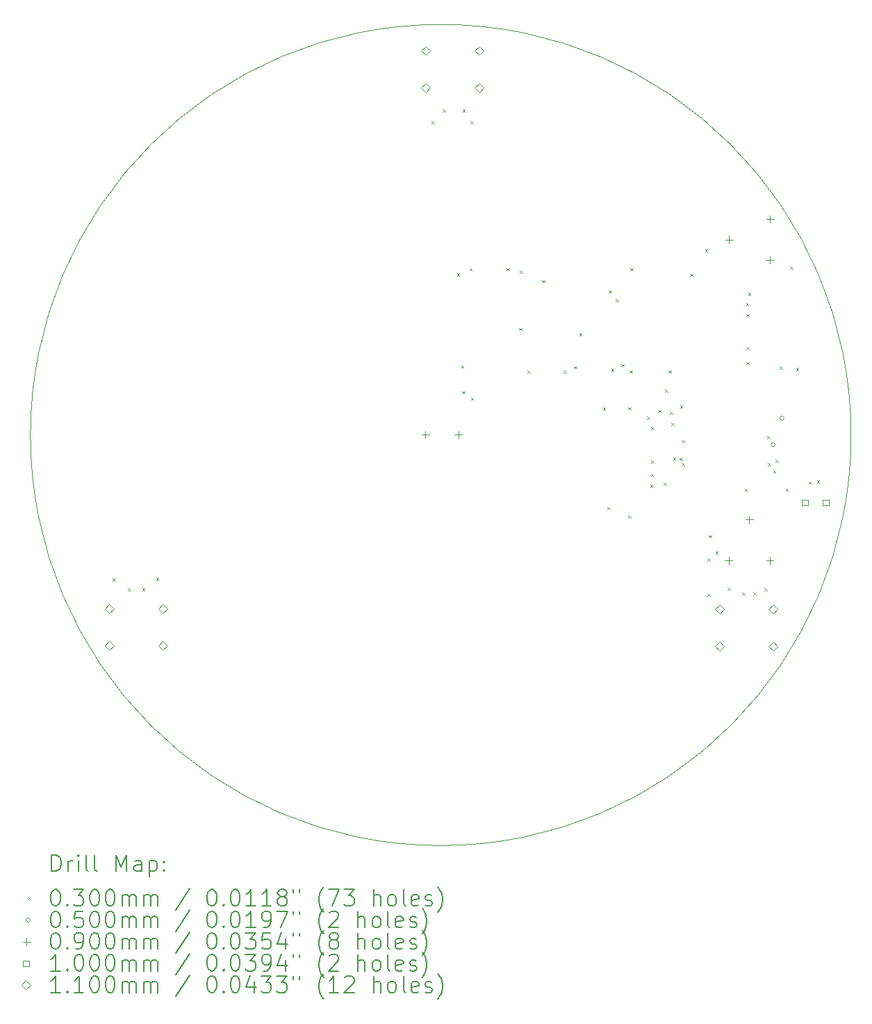
<source format=gbr>
%TF.GenerationSoftware,KiCad,Pcbnew,9.0.1*%
%TF.CreationDate,2025-05-14T21:44:32-03:00*%
%TF.ProjectId,queremate_pd_safe,71756572-656d-4617-9465-5f70645f7361,rev?*%
%TF.SameCoordinates,Original*%
%TF.FileFunction,Drillmap*%
%TF.FilePolarity,Positive*%
%FSLAX45Y45*%
G04 Gerber Fmt 4.5, Leading zero omitted, Abs format (unit mm)*
G04 Created by KiCad (PCBNEW 9.0.1) date 2025-05-14 21:44:32*
%MOMM*%
%LPD*%
G01*
G04 APERTURE LIST*
%ADD10C,0.050000*%
%ADD11C,0.200000*%
%ADD12C,0.100000*%
%ADD13C,0.110000*%
G04 APERTURE END LIST*
D10*
X12086600Y-6858000D02*
G75*
G02*
X2086600Y-6858000I-5000000J0D01*
G01*
X2086600Y-6858000D02*
G75*
G02*
X12086600Y-6858000I5000000J0D01*
G01*
D11*
D12*
X3083800Y-8605760D02*
X3113800Y-8635760D01*
X3113800Y-8605760D02*
X3083800Y-8635760D01*
X3276840Y-8722600D02*
X3306840Y-8752600D01*
X3306840Y-8722600D02*
X3276840Y-8752600D01*
X3449560Y-8722600D02*
X3479560Y-8752600D01*
X3479560Y-8722600D02*
X3449560Y-8752600D01*
X3617200Y-8595600D02*
X3647200Y-8625600D01*
X3647200Y-8595600D02*
X3617200Y-8625600D01*
X6975080Y-3033000D02*
X7005080Y-3063000D01*
X7005080Y-3033000D02*
X6975080Y-3063000D01*
X7112240Y-2890760D02*
X7142240Y-2920760D01*
X7142240Y-2890760D02*
X7112240Y-2920760D01*
X7284960Y-4887200D02*
X7314960Y-4917200D01*
X7314960Y-4887200D02*
X7284960Y-4917200D01*
X7335760Y-6009880D02*
X7365760Y-6039880D01*
X7365760Y-6009880D02*
X7335760Y-6039880D01*
X7345920Y-6324840D02*
X7375920Y-6354840D01*
X7375920Y-6324840D02*
X7345920Y-6354840D01*
X7351000Y-2890760D02*
X7381000Y-2920760D01*
X7381000Y-2890760D02*
X7351000Y-2920760D01*
X7437360Y-4826240D02*
X7467360Y-4856240D01*
X7467360Y-4826240D02*
X7437360Y-4856240D01*
X7447520Y-3033000D02*
X7477520Y-3063000D01*
X7477520Y-3033000D02*
X7447520Y-3063000D01*
X7452600Y-6401040D02*
X7482600Y-6431040D01*
X7482600Y-6401040D02*
X7452600Y-6431040D01*
X7889480Y-4826240D02*
X7919480Y-4856240D01*
X7919480Y-4826240D02*
X7889480Y-4856240D01*
X8041880Y-5552680D02*
X8071880Y-5582680D01*
X8071880Y-5552680D02*
X8041880Y-5582680D01*
X8052040Y-4856720D02*
X8082040Y-4886720D01*
X8082040Y-4856720D02*
X8052040Y-4886720D01*
X8143480Y-6075920D02*
X8173480Y-6105920D01*
X8173480Y-6075920D02*
X8143480Y-6105920D01*
X8321280Y-4968480D02*
X8351280Y-4998480D01*
X8351280Y-4968480D02*
X8321280Y-4998480D01*
X8585440Y-6075920D02*
X8615440Y-6105920D01*
X8615440Y-6075920D02*
X8585440Y-6105920D01*
X8712440Y-6020040D02*
X8742440Y-6050040D01*
X8742440Y-6020040D02*
X8712440Y-6050040D01*
X8773400Y-5618720D02*
X8803400Y-5648720D01*
X8803400Y-5618720D02*
X8773400Y-5648720D01*
X9062960Y-6522960D02*
X9092960Y-6552960D01*
X9092960Y-6522960D02*
X9062960Y-6552960D01*
X9118840Y-7732000D02*
X9148840Y-7762000D01*
X9148840Y-7732000D02*
X9118840Y-7762000D01*
X9134080Y-5095480D02*
X9164080Y-5125480D01*
X9164080Y-5095480D02*
X9134080Y-5125480D01*
X9164560Y-6050520D02*
X9194560Y-6080520D01*
X9194560Y-6050520D02*
X9164560Y-6080520D01*
X9220440Y-5202160D02*
X9250440Y-5232160D01*
X9250440Y-5202160D02*
X9220440Y-5232160D01*
X9286480Y-5994640D02*
X9316480Y-6024640D01*
X9316480Y-5994640D02*
X9286480Y-6024640D01*
X9372840Y-6517880D02*
X9402840Y-6547880D01*
X9402840Y-6517880D02*
X9372840Y-6547880D01*
X9372840Y-7833600D02*
X9402840Y-7863600D01*
X9402840Y-7833600D02*
X9372840Y-7863600D01*
X9388080Y-6070840D02*
X9418080Y-6100840D01*
X9418080Y-6070840D02*
X9388080Y-6100840D01*
X9398240Y-4826240D02*
X9428240Y-4856240D01*
X9428240Y-4826240D02*
X9398240Y-4856240D01*
X9601440Y-6634720D02*
X9631440Y-6664720D01*
X9631440Y-6634720D02*
X9601440Y-6664720D01*
X9637000Y-7462760D02*
X9667000Y-7492760D01*
X9667000Y-7462760D02*
X9637000Y-7492760D01*
X9647160Y-7330680D02*
X9677160Y-7360680D01*
X9677160Y-7330680D02*
X9647160Y-7360680D01*
X9652240Y-6761720D02*
X9682240Y-6791720D01*
X9682240Y-6761720D02*
X9652240Y-6791720D01*
X9652240Y-7168120D02*
X9682240Y-7198120D01*
X9682240Y-7168120D02*
X9652240Y-7198120D01*
X9733520Y-6553440D02*
X9763520Y-6583440D01*
X9763520Y-6553440D02*
X9733520Y-6583440D01*
X9804640Y-7437360D02*
X9834640Y-7467360D01*
X9834640Y-7437360D02*
X9804640Y-7467360D01*
X9819880Y-6304520D02*
X9849880Y-6334520D01*
X9849880Y-6304520D02*
X9819880Y-6334520D01*
X9860520Y-6070840D02*
X9890520Y-6100840D01*
X9890520Y-6070840D02*
X9860520Y-6100840D01*
X9880540Y-6573460D02*
X9910540Y-6603460D01*
X9910540Y-6573460D02*
X9880540Y-6603460D01*
X9895000Y-6710000D02*
X9925000Y-6740000D01*
X9925000Y-6710000D02*
X9895000Y-6740000D01*
X9916400Y-7132560D02*
X9946400Y-7162560D01*
X9946400Y-7132560D02*
X9916400Y-7162560D01*
X9997680Y-7137640D02*
X10027680Y-7167640D01*
X10027680Y-7137640D02*
X9997680Y-7167640D01*
X10001000Y-6500000D02*
X10031000Y-6530000D01*
X10031000Y-6500000D02*
X10001000Y-6530000D01*
X10023080Y-7198600D02*
X10053080Y-7228600D01*
X10053080Y-7198600D02*
X10023080Y-7228600D01*
X10028000Y-6917000D02*
X10058000Y-6947000D01*
X10058000Y-6917000D02*
X10028000Y-6947000D01*
X10124680Y-4892280D02*
X10154680Y-4922280D01*
X10154680Y-4892280D02*
X10124680Y-4922280D01*
X10307560Y-4592560D02*
X10337560Y-4622560D01*
X10337560Y-4592560D02*
X10307560Y-4622560D01*
X10338040Y-8361920D02*
X10368040Y-8391920D01*
X10368040Y-8361920D02*
X10338040Y-8391920D01*
X10338040Y-8793720D02*
X10368040Y-8823720D01*
X10368040Y-8793720D02*
X10338040Y-8823720D01*
X10353280Y-8077440D02*
X10383280Y-8107440D01*
X10383280Y-8077440D02*
X10353280Y-8107440D01*
X10434560Y-8275560D02*
X10464560Y-8305560D01*
X10464560Y-8275560D02*
X10434560Y-8305560D01*
X10581880Y-8717520D02*
X10611880Y-8747520D01*
X10611880Y-8717520D02*
X10581880Y-8747520D01*
X10759680Y-8773400D02*
X10789680Y-8803400D01*
X10789680Y-8773400D02*
X10759680Y-8803400D01*
X10790160Y-7508480D02*
X10820160Y-7538480D01*
X10820160Y-7508480D02*
X10790160Y-7538480D01*
X10805400Y-5247880D02*
X10835400Y-5277880D01*
X10835400Y-5247880D02*
X10805400Y-5277880D01*
X10810480Y-5385040D02*
X10840480Y-5415040D01*
X10840480Y-5385040D02*
X10810480Y-5415040D01*
X10810480Y-5786360D02*
X10840480Y-5816360D01*
X10840480Y-5786360D02*
X10810480Y-5816360D01*
X10810480Y-5969240D02*
X10840480Y-5999240D01*
X10840480Y-5969240D02*
X10810480Y-5999240D01*
X10830800Y-5125960D02*
X10860800Y-5155960D01*
X10860800Y-5125960D02*
X10830800Y-5155960D01*
X10896840Y-8773400D02*
X10926840Y-8803400D01*
X10926840Y-8773400D02*
X10896840Y-8803400D01*
X11028920Y-8722600D02*
X11058920Y-8752600D01*
X11058920Y-8722600D02*
X11028920Y-8752600D01*
X11064480Y-6868400D02*
X11094480Y-6898400D01*
X11094480Y-6868400D02*
X11064480Y-6898400D01*
X11072100Y-7201140D02*
X11102100Y-7231140D01*
X11102100Y-7201140D02*
X11072100Y-7231140D01*
X11135600Y-7290040D02*
X11165600Y-7320040D01*
X11165600Y-7290040D02*
X11135600Y-7320040D01*
X11166080Y-7157960D02*
X11196080Y-7187960D01*
X11196080Y-7157960D02*
X11166080Y-7187960D01*
X11216880Y-6025120D02*
X11246880Y-6055120D01*
X11246880Y-6025120D02*
X11216880Y-6055120D01*
X11288000Y-7508480D02*
X11318000Y-7538480D01*
X11318000Y-7508480D02*
X11288000Y-7538480D01*
X11343880Y-4805920D02*
X11373880Y-4835920D01*
X11373880Y-4805920D02*
X11343880Y-4835920D01*
X11415000Y-6040360D02*
X11445000Y-6070360D01*
X11445000Y-6040360D02*
X11415000Y-6070360D01*
X11569940Y-7424660D02*
X11599940Y-7454660D01*
X11599940Y-7424660D02*
X11569940Y-7454660D01*
X11669000Y-7411960D02*
X11699000Y-7441960D01*
X11699000Y-7411960D02*
X11669000Y-7441960D01*
X11160360Y-6974840D02*
G75*
G02*
X11110360Y-6974840I-25000J0D01*
G01*
X11110360Y-6974840D02*
G75*
G02*
X11160360Y-6974840I25000J0D01*
G01*
X11269280Y-6652000D02*
G75*
G02*
X11219280Y-6652000I-25000J0D01*
G01*
X11219280Y-6652000D02*
G75*
G02*
X11269280Y-6652000I25000J0D01*
G01*
X6900000Y-6805000D02*
X6900000Y-6895000D01*
X6855000Y-6850000D02*
X6945000Y-6850000D01*
X7300000Y-6805000D02*
X7300000Y-6895000D01*
X7255000Y-6850000D02*
X7345000Y-6850000D01*
X10595300Y-8343160D02*
X10595300Y-8433160D01*
X10550300Y-8388160D02*
X10640300Y-8388160D01*
X10599300Y-4432100D02*
X10599300Y-4522100D01*
X10554300Y-4477100D02*
X10644300Y-4477100D01*
X10845300Y-7843160D02*
X10845300Y-7933160D01*
X10800300Y-7888160D02*
X10890300Y-7888160D01*
X11095300Y-8343160D02*
X11095300Y-8433160D01*
X11050300Y-8388160D02*
X11140300Y-8388160D01*
X11099300Y-4182100D02*
X11099300Y-4272100D01*
X11054300Y-4227100D02*
X11144300Y-4227100D01*
X11099300Y-4682100D02*
X11099300Y-4772100D01*
X11054300Y-4727100D02*
X11144300Y-4727100D01*
X11558796Y-7718896D02*
X11558796Y-7648184D01*
X11488084Y-7648184D01*
X11488084Y-7718896D01*
X11558796Y-7718896D01*
X11812796Y-7718896D02*
X11812796Y-7648184D01*
X11742084Y-7648184D01*
X11742084Y-7718896D01*
X11812796Y-7718896D01*
D13*
X3048120Y-9029880D02*
X3103120Y-8974880D01*
X3048120Y-8919880D01*
X2993120Y-8974880D01*
X3048120Y-9029880D01*
X3048120Y-9479880D02*
X3103120Y-9424880D01*
X3048120Y-9369880D01*
X2993120Y-9424880D01*
X3048120Y-9479880D01*
X3698120Y-9029880D02*
X3753120Y-8974880D01*
X3698120Y-8919880D01*
X3643120Y-8974880D01*
X3698120Y-9029880D01*
X3698120Y-9479880D02*
X3753120Y-9424880D01*
X3698120Y-9369880D01*
X3643120Y-9424880D01*
X3698120Y-9479880D01*
X6903840Y-2232840D02*
X6958840Y-2177840D01*
X6903840Y-2122840D01*
X6848840Y-2177840D01*
X6903840Y-2232840D01*
X6903840Y-2682840D02*
X6958840Y-2627840D01*
X6903840Y-2572840D01*
X6848840Y-2627840D01*
X6903840Y-2682840D01*
X7553840Y-2232840D02*
X7608840Y-2177840D01*
X7553840Y-2122840D01*
X7498840Y-2177840D01*
X7553840Y-2232840D01*
X7553840Y-2682840D02*
X7608840Y-2627840D01*
X7553840Y-2572840D01*
X7498840Y-2627840D01*
X7553840Y-2682840D01*
X10485240Y-9034960D02*
X10540240Y-8979960D01*
X10485240Y-8924960D01*
X10430240Y-8979960D01*
X10485240Y-9034960D01*
X10485240Y-9484960D02*
X10540240Y-9429960D01*
X10485240Y-9374960D01*
X10430240Y-9429960D01*
X10485240Y-9484960D01*
X11135240Y-9034960D02*
X11190240Y-8979960D01*
X11135240Y-8924960D01*
X11080240Y-8979960D01*
X11135240Y-9034960D01*
X11135240Y-9484960D02*
X11190240Y-9429960D01*
X11135240Y-9374960D01*
X11080240Y-9429960D01*
X11135240Y-9484960D01*
D11*
X2344877Y-12171984D02*
X2344877Y-11971984D01*
X2344877Y-11971984D02*
X2392496Y-11971984D01*
X2392496Y-11971984D02*
X2421067Y-11981508D01*
X2421067Y-11981508D02*
X2440115Y-12000555D01*
X2440115Y-12000555D02*
X2449639Y-12019603D01*
X2449639Y-12019603D02*
X2459163Y-12057698D01*
X2459163Y-12057698D02*
X2459163Y-12086269D01*
X2459163Y-12086269D02*
X2449639Y-12124365D01*
X2449639Y-12124365D02*
X2440115Y-12143412D01*
X2440115Y-12143412D02*
X2421067Y-12162460D01*
X2421067Y-12162460D02*
X2392496Y-12171984D01*
X2392496Y-12171984D02*
X2344877Y-12171984D01*
X2544877Y-12171984D02*
X2544877Y-12038650D01*
X2544877Y-12076746D02*
X2554401Y-12057698D01*
X2554401Y-12057698D02*
X2563924Y-12048174D01*
X2563924Y-12048174D02*
X2582972Y-12038650D01*
X2582972Y-12038650D02*
X2602020Y-12038650D01*
X2668686Y-12171984D02*
X2668686Y-12038650D01*
X2668686Y-11971984D02*
X2659163Y-11981508D01*
X2659163Y-11981508D02*
X2668686Y-11991031D01*
X2668686Y-11991031D02*
X2678210Y-11981508D01*
X2678210Y-11981508D02*
X2668686Y-11971984D01*
X2668686Y-11971984D02*
X2668686Y-11991031D01*
X2792496Y-12171984D02*
X2773448Y-12162460D01*
X2773448Y-12162460D02*
X2763924Y-12143412D01*
X2763924Y-12143412D02*
X2763924Y-11971984D01*
X2897258Y-12171984D02*
X2878210Y-12162460D01*
X2878210Y-12162460D02*
X2868686Y-12143412D01*
X2868686Y-12143412D02*
X2868686Y-11971984D01*
X3125829Y-12171984D02*
X3125829Y-11971984D01*
X3125829Y-11971984D02*
X3192496Y-12114841D01*
X3192496Y-12114841D02*
X3259162Y-11971984D01*
X3259162Y-11971984D02*
X3259162Y-12171984D01*
X3440115Y-12171984D02*
X3440115Y-12067222D01*
X3440115Y-12067222D02*
X3430591Y-12048174D01*
X3430591Y-12048174D02*
X3411543Y-12038650D01*
X3411543Y-12038650D02*
X3373448Y-12038650D01*
X3373448Y-12038650D02*
X3354401Y-12048174D01*
X3440115Y-12162460D02*
X3421067Y-12171984D01*
X3421067Y-12171984D02*
X3373448Y-12171984D01*
X3373448Y-12171984D02*
X3354401Y-12162460D01*
X3354401Y-12162460D02*
X3344877Y-12143412D01*
X3344877Y-12143412D02*
X3344877Y-12124365D01*
X3344877Y-12124365D02*
X3354401Y-12105317D01*
X3354401Y-12105317D02*
X3373448Y-12095793D01*
X3373448Y-12095793D02*
X3421067Y-12095793D01*
X3421067Y-12095793D02*
X3440115Y-12086269D01*
X3535353Y-12038650D02*
X3535353Y-12238650D01*
X3535353Y-12048174D02*
X3554401Y-12038650D01*
X3554401Y-12038650D02*
X3592496Y-12038650D01*
X3592496Y-12038650D02*
X3611543Y-12048174D01*
X3611543Y-12048174D02*
X3621067Y-12057698D01*
X3621067Y-12057698D02*
X3630591Y-12076746D01*
X3630591Y-12076746D02*
X3630591Y-12133888D01*
X3630591Y-12133888D02*
X3621067Y-12152936D01*
X3621067Y-12152936D02*
X3611543Y-12162460D01*
X3611543Y-12162460D02*
X3592496Y-12171984D01*
X3592496Y-12171984D02*
X3554401Y-12171984D01*
X3554401Y-12171984D02*
X3535353Y-12162460D01*
X3716305Y-12152936D02*
X3725829Y-12162460D01*
X3725829Y-12162460D02*
X3716305Y-12171984D01*
X3716305Y-12171984D02*
X3706782Y-12162460D01*
X3706782Y-12162460D02*
X3716305Y-12152936D01*
X3716305Y-12152936D02*
X3716305Y-12171984D01*
X3716305Y-12048174D02*
X3725829Y-12057698D01*
X3725829Y-12057698D02*
X3716305Y-12067222D01*
X3716305Y-12067222D02*
X3706782Y-12057698D01*
X3706782Y-12057698D02*
X3716305Y-12048174D01*
X3716305Y-12048174D02*
X3716305Y-12067222D01*
D12*
X2054100Y-12485500D02*
X2084100Y-12515500D01*
X2084100Y-12485500D02*
X2054100Y-12515500D01*
D11*
X2382972Y-12391984D02*
X2402020Y-12391984D01*
X2402020Y-12391984D02*
X2421067Y-12401508D01*
X2421067Y-12401508D02*
X2430591Y-12411031D01*
X2430591Y-12411031D02*
X2440115Y-12430079D01*
X2440115Y-12430079D02*
X2449639Y-12468174D01*
X2449639Y-12468174D02*
X2449639Y-12515793D01*
X2449639Y-12515793D02*
X2440115Y-12553888D01*
X2440115Y-12553888D02*
X2430591Y-12572936D01*
X2430591Y-12572936D02*
X2421067Y-12582460D01*
X2421067Y-12582460D02*
X2402020Y-12591984D01*
X2402020Y-12591984D02*
X2382972Y-12591984D01*
X2382972Y-12591984D02*
X2363924Y-12582460D01*
X2363924Y-12582460D02*
X2354401Y-12572936D01*
X2354401Y-12572936D02*
X2344877Y-12553888D01*
X2344877Y-12553888D02*
X2335353Y-12515793D01*
X2335353Y-12515793D02*
X2335353Y-12468174D01*
X2335353Y-12468174D02*
X2344877Y-12430079D01*
X2344877Y-12430079D02*
X2354401Y-12411031D01*
X2354401Y-12411031D02*
X2363924Y-12401508D01*
X2363924Y-12401508D02*
X2382972Y-12391984D01*
X2535353Y-12572936D02*
X2544877Y-12582460D01*
X2544877Y-12582460D02*
X2535353Y-12591984D01*
X2535353Y-12591984D02*
X2525829Y-12582460D01*
X2525829Y-12582460D02*
X2535353Y-12572936D01*
X2535353Y-12572936D02*
X2535353Y-12591984D01*
X2611544Y-12391984D02*
X2735353Y-12391984D01*
X2735353Y-12391984D02*
X2668686Y-12468174D01*
X2668686Y-12468174D02*
X2697258Y-12468174D01*
X2697258Y-12468174D02*
X2716305Y-12477698D01*
X2716305Y-12477698D02*
X2725829Y-12487222D01*
X2725829Y-12487222D02*
X2735353Y-12506269D01*
X2735353Y-12506269D02*
X2735353Y-12553888D01*
X2735353Y-12553888D02*
X2725829Y-12572936D01*
X2725829Y-12572936D02*
X2716305Y-12582460D01*
X2716305Y-12582460D02*
X2697258Y-12591984D01*
X2697258Y-12591984D02*
X2640115Y-12591984D01*
X2640115Y-12591984D02*
X2621067Y-12582460D01*
X2621067Y-12582460D02*
X2611544Y-12572936D01*
X2859162Y-12391984D02*
X2878210Y-12391984D01*
X2878210Y-12391984D02*
X2897258Y-12401508D01*
X2897258Y-12401508D02*
X2906782Y-12411031D01*
X2906782Y-12411031D02*
X2916305Y-12430079D01*
X2916305Y-12430079D02*
X2925829Y-12468174D01*
X2925829Y-12468174D02*
X2925829Y-12515793D01*
X2925829Y-12515793D02*
X2916305Y-12553888D01*
X2916305Y-12553888D02*
X2906782Y-12572936D01*
X2906782Y-12572936D02*
X2897258Y-12582460D01*
X2897258Y-12582460D02*
X2878210Y-12591984D01*
X2878210Y-12591984D02*
X2859162Y-12591984D01*
X2859162Y-12591984D02*
X2840115Y-12582460D01*
X2840115Y-12582460D02*
X2830591Y-12572936D01*
X2830591Y-12572936D02*
X2821067Y-12553888D01*
X2821067Y-12553888D02*
X2811543Y-12515793D01*
X2811543Y-12515793D02*
X2811543Y-12468174D01*
X2811543Y-12468174D02*
X2821067Y-12430079D01*
X2821067Y-12430079D02*
X2830591Y-12411031D01*
X2830591Y-12411031D02*
X2840115Y-12401508D01*
X2840115Y-12401508D02*
X2859162Y-12391984D01*
X3049639Y-12391984D02*
X3068686Y-12391984D01*
X3068686Y-12391984D02*
X3087734Y-12401508D01*
X3087734Y-12401508D02*
X3097258Y-12411031D01*
X3097258Y-12411031D02*
X3106782Y-12430079D01*
X3106782Y-12430079D02*
X3116305Y-12468174D01*
X3116305Y-12468174D02*
X3116305Y-12515793D01*
X3116305Y-12515793D02*
X3106782Y-12553888D01*
X3106782Y-12553888D02*
X3097258Y-12572936D01*
X3097258Y-12572936D02*
X3087734Y-12582460D01*
X3087734Y-12582460D02*
X3068686Y-12591984D01*
X3068686Y-12591984D02*
X3049639Y-12591984D01*
X3049639Y-12591984D02*
X3030591Y-12582460D01*
X3030591Y-12582460D02*
X3021067Y-12572936D01*
X3021067Y-12572936D02*
X3011543Y-12553888D01*
X3011543Y-12553888D02*
X3002020Y-12515793D01*
X3002020Y-12515793D02*
X3002020Y-12468174D01*
X3002020Y-12468174D02*
X3011543Y-12430079D01*
X3011543Y-12430079D02*
X3021067Y-12411031D01*
X3021067Y-12411031D02*
X3030591Y-12401508D01*
X3030591Y-12401508D02*
X3049639Y-12391984D01*
X3202020Y-12591984D02*
X3202020Y-12458650D01*
X3202020Y-12477698D02*
X3211543Y-12468174D01*
X3211543Y-12468174D02*
X3230591Y-12458650D01*
X3230591Y-12458650D02*
X3259163Y-12458650D01*
X3259163Y-12458650D02*
X3278210Y-12468174D01*
X3278210Y-12468174D02*
X3287734Y-12487222D01*
X3287734Y-12487222D02*
X3287734Y-12591984D01*
X3287734Y-12487222D02*
X3297258Y-12468174D01*
X3297258Y-12468174D02*
X3316305Y-12458650D01*
X3316305Y-12458650D02*
X3344877Y-12458650D01*
X3344877Y-12458650D02*
X3363924Y-12468174D01*
X3363924Y-12468174D02*
X3373448Y-12487222D01*
X3373448Y-12487222D02*
X3373448Y-12591984D01*
X3468686Y-12591984D02*
X3468686Y-12458650D01*
X3468686Y-12477698D02*
X3478210Y-12468174D01*
X3478210Y-12468174D02*
X3497258Y-12458650D01*
X3497258Y-12458650D02*
X3525829Y-12458650D01*
X3525829Y-12458650D02*
X3544877Y-12468174D01*
X3544877Y-12468174D02*
X3554401Y-12487222D01*
X3554401Y-12487222D02*
X3554401Y-12591984D01*
X3554401Y-12487222D02*
X3563924Y-12468174D01*
X3563924Y-12468174D02*
X3582972Y-12458650D01*
X3582972Y-12458650D02*
X3611543Y-12458650D01*
X3611543Y-12458650D02*
X3630591Y-12468174D01*
X3630591Y-12468174D02*
X3640115Y-12487222D01*
X3640115Y-12487222D02*
X3640115Y-12591984D01*
X4030591Y-12382460D02*
X3859163Y-12639603D01*
X4287734Y-12391984D02*
X4306782Y-12391984D01*
X4306782Y-12391984D02*
X4325829Y-12401508D01*
X4325829Y-12401508D02*
X4335353Y-12411031D01*
X4335353Y-12411031D02*
X4344877Y-12430079D01*
X4344877Y-12430079D02*
X4354401Y-12468174D01*
X4354401Y-12468174D02*
X4354401Y-12515793D01*
X4354401Y-12515793D02*
X4344877Y-12553888D01*
X4344877Y-12553888D02*
X4335353Y-12572936D01*
X4335353Y-12572936D02*
X4325829Y-12582460D01*
X4325829Y-12582460D02*
X4306782Y-12591984D01*
X4306782Y-12591984D02*
X4287734Y-12591984D01*
X4287734Y-12591984D02*
X4268687Y-12582460D01*
X4268687Y-12582460D02*
X4259163Y-12572936D01*
X4259163Y-12572936D02*
X4249639Y-12553888D01*
X4249639Y-12553888D02*
X4240115Y-12515793D01*
X4240115Y-12515793D02*
X4240115Y-12468174D01*
X4240115Y-12468174D02*
X4249639Y-12430079D01*
X4249639Y-12430079D02*
X4259163Y-12411031D01*
X4259163Y-12411031D02*
X4268687Y-12401508D01*
X4268687Y-12401508D02*
X4287734Y-12391984D01*
X4440115Y-12572936D02*
X4449639Y-12582460D01*
X4449639Y-12582460D02*
X4440115Y-12591984D01*
X4440115Y-12591984D02*
X4430591Y-12582460D01*
X4430591Y-12582460D02*
X4440115Y-12572936D01*
X4440115Y-12572936D02*
X4440115Y-12591984D01*
X4573448Y-12391984D02*
X4592496Y-12391984D01*
X4592496Y-12391984D02*
X4611544Y-12401508D01*
X4611544Y-12401508D02*
X4621068Y-12411031D01*
X4621068Y-12411031D02*
X4630591Y-12430079D01*
X4630591Y-12430079D02*
X4640115Y-12468174D01*
X4640115Y-12468174D02*
X4640115Y-12515793D01*
X4640115Y-12515793D02*
X4630591Y-12553888D01*
X4630591Y-12553888D02*
X4621068Y-12572936D01*
X4621068Y-12572936D02*
X4611544Y-12582460D01*
X4611544Y-12582460D02*
X4592496Y-12591984D01*
X4592496Y-12591984D02*
X4573448Y-12591984D01*
X4573448Y-12591984D02*
X4554401Y-12582460D01*
X4554401Y-12582460D02*
X4544877Y-12572936D01*
X4544877Y-12572936D02*
X4535353Y-12553888D01*
X4535353Y-12553888D02*
X4525829Y-12515793D01*
X4525829Y-12515793D02*
X4525829Y-12468174D01*
X4525829Y-12468174D02*
X4535353Y-12430079D01*
X4535353Y-12430079D02*
X4544877Y-12411031D01*
X4544877Y-12411031D02*
X4554401Y-12401508D01*
X4554401Y-12401508D02*
X4573448Y-12391984D01*
X4830591Y-12591984D02*
X4716306Y-12591984D01*
X4773448Y-12591984D02*
X4773448Y-12391984D01*
X4773448Y-12391984D02*
X4754401Y-12420555D01*
X4754401Y-12420555D02*
X4735353Y-12439603D01*
X4735353Y-12439603D02*
X4716306Y-12449127D01*
X5021068Y-12591984D02*
X4906782Y-12591984D01*
X4963925Y-12591984D02*
X4963925Y-12391984D01*
X4963925Y-12391984D02*
X4944877Y-12420555D01*
X4944877Y-12420555D02*
X4925829Y-12439603D01*
X4925829Y-12439603D02*
X4906782Y-12449127D01*
X5135353Y-12477698D02*
X5116306Y-12468174D01*
X5116306Y-12468174D02*
X5106782Y-12458650D01*
X5106782Y-12458650D02*
X5097258Y-12439603D01*
X5097258Y-12439603D02*
X5097258Y-12430079D01*
X5097258Y-12430079D02*
X5106782Y-12411031D01*
X5106782Y-12411031D02*
X5116306Y-12401508D01*
X5116306Y-12401508D02*
X5135353Y-12391984D01*
X5135353Y-12391984D02*
X5173449Y-12391984D01*
X5173449Y-12391984D02*
X5192496Y-12401508D01*
X5192496Y-12401508D02*
X5202020Y-12411031D01*
X5202020Y-12411031D02*
X5211544Y-12430079D01*
X5211544Y-12430079D02*
X5211544Y-12439603D01*
X5211544Y-12439603D02*
X5202020Y-12458650D01*
X5202020Y-12458650D02*
X5192496Y-12468174D01*
X5192496Y-12468174D02*
X5173449Y-12477698D01*
X5173449Y-12477698D02*
X5135353Y-12477698D01*
X5135353Y-12477698D02*
X5116306Y-12487222D01*
X5116306Y-12487222D02*
X5106782Y-12496746D01*
X5106782Y-12496746D02*
X5097258Y-12515793D01*
X5097258Y-12515793D02*
X5097258Y-12553888D01*
X5097258Y-12553888D02*
X5106782Y-12572936D01*
X5106782Y-12572936D02*
X5116306Y-12582460D01*
X5116306Y-12582460D02*
X5135353Y-12591984D01*
X5135353Y-12591984D02*
X5173449Y-12591984D01*
X5173449Y-12591984D02*
X5192496Y-12582460D01*
X5192496Y-12582460D02*
X5202020Y-12572936D01*
X5202020Y-12572936D02*
X5211544Y-12553888D01*
X5211544Y-12553888D02*
X5211544Y-12515793D01*
X5211544Y-12515793D02*
X5202020Y-12496746D01*
X5202020Y-12496746D02*
X5192496Y-12487222D01*
X5192496Y-12487222D02*
X5173449Y-12477698D01*
X5287734Y-12391984D02*
X5287734Y-12430079D01*
X5363925Y-12391984D02*
X5363925Y-12430079D01*
X5659163Y-12668174D02*
X5649639Y-12658650D01*
X5649639Y-12658650D02*
X5630591Y-12630079D01*
X5630591Y-12630079D02*
X5621068Y-12611031D01*
X5621068Y-12611031D02*
X5611544Y-12582460D01*
X5611544Y-12582460D02*
X5602020Y-12534841D01*
X5602020Y-12534841D02*
X5602020Y-12496746D01*
X5602020Y-12496746D02*
X5611544Y-12449127D01*
X5611544Y-12449127D02*
X5621068Y-12420555D01*
X5621068Y-12420555D02*
X5630591Y-12401508D01*
X5630591Y-12401508D02*
X5649639Y-12372936D01*
X5649639Y-12372936D02*
X5659163Y-12363412D01*
X5716306Y-12391984D02*
X5849639Y-12391984D01*
X5849639Y-12391984D02*
X5763925Y-12591984D01*
X5906782Y-12391984D02*
X6030591Y-12391984D01*
X6030591Y-12391984D02*
X5963925Y-12468174D01*
X5963925Y-12468174D02*
X5992496Y-12468174D01*
X5992496Y-12468174D02*
X6011544Y-12477698D01*
X6011544Y-12477698D02*
X6021068Y-12487222D01*
X6021068Y-12487222D02*
X6030591Y-12506269D01*
X6030591Y-12506269D02*
X6030591Y-12553888D01*
X6030591Y-12553888D02*
X6021068Y-12572936D01*
X6021068Y-12572936D02*
X6011544Y-12582460D01*
X6011544Y-12582460D02*
X5992496Y-12591984D01*
X5992496Y-12591984D02*
X5935353Y-12591984D01*
X5935353Y-12591984D02*
X5916306Y-12582460D01*
X5916306Y-12582460D02*
X5906782Y-12572936D01*
X6268687Y-12591984D02*
X6268687Y-12391984D01*
X6354401Y-12591984D02*
X6354401Y-12487222D01*
X6354401Y-12487222D02*
X6344877Y-12468174D01*
X6344877Y-12468174D02*
X6325830Y-12458650D01*
X6325830Y-12458650D02*
X6297258Y-12458650D01*
X6297258Y-12458650D02*
X6278210Y-12468174D01*
X6278210Y-12468174D02*
X6268687Y-12477698D01*
X6478210Y-12591984D02*
X6459163Y-12582460D01*
X6459163Y-12582460D02*
X6449639Y-12572936D01*
X6449639Y-12572936D02*
X6440115Y-12553888D01*
X6440115Y-12553888D02*
X6440115Y-12496746D01*
X6440115Y-12496746D02*
X6449639Y-12477698D01*
X6449639Y-12477698D02*
X6459163Y-12468174D01*
X6459163Y-12468174D02*
X6478210Y-12458650D01*
X6478210Y-12458650D02*
X6506782Y-12458650D01*
X6506782Y-12458650D02*
X6525830Y-12468174D01*
X6525830Y-12468174D02*
X6535353Y-12477698D01*
X6535353Y-12477698D02*
X6544877Y-12496746D01*
X6544877Y-12496746D02*
X6544877Y-12553888D01*
X6544877Y-12553888D02*
X6535353Y-12572936D01*
X6535353Y-12572936D02*
X6525830Y-12582460D01*
X6525830Y-12582460D02*
X6506782Y-12591984D01*
X6506782Y-12591984D02*
X6478210Y-12591984D01*
X6659163Y-12591984D02*
X6640115Y-12582460D01*
X6640115Y-12582460D02*
X6630591Y-12563412D01*
X6630591Y-12563412D02*
X6630591Y-12391984D01*
X6811544Y-12582460D02*
X6792496Y-12591984D01*
X6792496Y-12591984D02*
X6754401Y-12591984D01*
X6754401Y-12591984D02*
X6735353Y-12582460D01*
X6735353Y-12582460D02*
X6725830Y-12563412D01*
X6725830Y-12563412D02*
X6725830Y-12487222D01*
X6725830Y-12487222D02*
X6735353Y-12468174D01*
X6735353Y-12468174D02*
X6754401Y-12458650D01*
X6754401Y-12458650D02*
X6792496Y-12458650D01*
X6792496Y-12458650D02*
X6811544Y-12468174D01*
X6811544Y-12468174D02*
X6821068Y-12487222D01*
X6821068Y-12487222D02*
X6821068Y-12506269D01*
X6821068Y-12506269D02*
X6725830Y-12525317D01*
X6897258Y-12582460D02*
X6916306Y-12591984D01*
X6916306Y-12591984D02*
X6954401Y-12591984D01*
X6954401Y-12591984D02*
X6973449Y-12582460D01*
X6973449Y-12582460D02*
X6982972Y-12563412D01*
X6982972Y-12563412D02*
X6982972Y-12553888D01*
X6982972Y-12553888D02*
X6973449Y-12534841D01*
X6973449Y-12534841D02*
X6954401Y-12525317D01*
X6954401Y-12525317D02*
X6925830Y-12525317D01*
X6925830Y-12525317D02*
X6906782Y-12515793D01*
X6906782Y-12515793D02*
X6897258Y-12496746D01*
X6897258Y-12496746D02*
X6897258Y-12487222D01*
X6897258Y-12487222D02*
X6906782Y-12468174D01*
X6906782Y-12468174D02*
X6925830Y-12458650D01*
X6925830Y-12458650D02*
X6954401Y-12458650D01*
X6954401Y-12458650D02*
X6973449Y-12468174D01*
X7049639Y-12668174D02*
X7059163Y-12658650D01*
X7059163Y-12658650D02*
X7078211Y-12630079D01*
X7078211Y-12630079D02*
X7087734Y-12611031D01*
X7087734Y-12611031D02*
X7097258Y-12582460D01*
X7097258Y-12582460D02*
X7106782Y-12534841D01*
X7106782Y-12534841D02*
X7106782Y-12496746D01*
X7106782Y-12496746D02*
X7097258Y-12449127D01*
X7097258Y-12449127D02*
X7087734Y-12420555D01*
X7087734Y-12420555D02*
X7078211Y-12401508D01*
X7078211Y-12401508D02*
X7059163Y-12372936D01*
X7059163Y-12372936D02*
X7049639Y-12363412D01*
D12*
X2084100Y-12764500D02*
G75*
G02*
X2034100Y-12764500I-25000J0D01*
G01*
X2034100Y-12764500D02*
G75*
G02*
X2084100Y-12764500I25000J0D01*
G01*
D11*
X2382972Y-12655984D02*
X2402020Y-12655984D01*
X2402020Y-12655984D02*
X2421067Y-12665508D01*
X2421067Y-12665508D02*
X2430591Y-12675031D01*
X2430591Y-12675031D02*
X2440115Y-12694079D01*
X2440115Y-12694079D02*
X2449639Y-12732174D01*
X2449639Y-12732174D02*
X2449639Y-12779793D01*
X2449639Y-12779793D02*
X2440115Y-12817888D01*
X2440115Y-12817888D02*
X2430591Y-12836936D01*
X2430591Y-12836936D02*
X2421067Y-12846460D01*
X2421067Y-12846460D02*
X2402020Y-12855984D01*
X2402020Y-12855984D02*
X2382972Y-12855984D01*
X2382972Y-12855984D02*
X2363924Y-12846460D01*
X2363924Y-12846460D02*
X2354401Y-12836936D01*
X2354401Y-12836936D02*
X2344877Y-12817888D01*
X2344877Y-12817888D02*
X2335353Y-12779793D01*
X2335353Y-12779793D02*
X2335353Y-12732174D01*
X2335353Y-12732174D02*
X2344877Y-12694079D01*
X2344877Y-12694079D02*
X2354401Y-12675031D01*
X2354401Y-12675031D02*
X2363924Y-12665508D01*
X2363924Y-12665508D02*
X2382972Y-12655984D01*
X2535353Y-12836936D02*
X2544877Y-12846460D01*
X2544877Y-12846460D02*
X2535353Y-12855984D01*
X2535353Y-12855984D02*
X2525829Y-12846460D01*
X2525829Y-12846460D02*
X2535353Y-12836936D01*
X2535353Y-12836936D02*
X2535353Y-12855984D01*
X2725829Y-12655984D02*
X2630591Y-12655984D01*
X2630591Y-12655984D02*
X2621067Y-12751222D01*
X2621067Y-12751222D02*
X2630591Y-12741698D01*
X2630591Y-12741698D02*
X2649639Y-12732174D01*
X2649639Y-12732174D02*
X2697258Y-12732174D01*
X2697258Y-12732174D02*
X2716305Y-12741698D01*
X2716305Y-12741698D02*
X2725829Y-12751222D01*
X2725829Y-12751222D02*
X2735353Y-12770269D01*
X2735353Y-12770269D02*
X2735353Y-12817888D01*
X2735353Y-12817888D02*
X2725829Y-12836936D01*
X2725829Y-12836936D02*
X2716305Y-12846460D01*
X2716305Y-12846460D02*
X2697258Y-12855984D01*
X2697258Y-12855984D02*
X2649639Y-12855984D01*
X2649639Y-12855984D02*
X2630591Y-12846460D01*
X2630591Y-12846460D02*
X2621067Y-12836936D01*
X2859162Y-12655984D02*
X2878210Y-12655984D01*
X2878210Y-12655984D02*
X2897258Y-12665508D01*
X2897258Y-12665508D02*
X2906782Y-12675031D01*
X2906782Y-12675031D02*
X2916305Y-12694079D01*
X2916305Y-12694079D02*
X2925829Y-12732174D01*
X2925829Y-12732174D02*
X2925829Y-12779793D01*
X2925829Y-12779793D02*
X2916305Y-12817888D01*
X2916305Y-12817888D02*
X2906782Y-12836936D01*
X2906782Y-12836936D02*
X2897258Y-12846460D01*
X2897258Y-12846460D02*
X2878210Y-12855984D01*
X2878210Y-12855984D02*
X2859162Y-12855984D01*
X2859162Y-12855984D02*
X2840115Y-12846460D01*
X2840115Y-12846460D02*
X2830591Y-12836936D01*
X2830591Y-12836936D02*
X2821067Y-12817888D01*
X2821067Y-12817888D02*
X2811543Y-12779793D01*
X2811543Y-12779793D02*
X2811543Y-12732174D01*
X2811543Y-12732174D02*
X2821067Y-12694079D01*
X2821067Y-12694079D02*
X2830591Y-12675031D01*
X2830591Y-12675031D02*
X2840115Y-12665508D01*
X2840115Y-12665508D02*
X2859162Y-12655984D01*
X3049639Y-12655984D02*
X3068686Y-12655984D01*
X3068686Y-12655984D02*
X3087734Y-12665508D01*
X3087734Y-12665508D02*
X3097258Y-12675031D01*
X3097258Y-12675031D02*
X3106782Y-12694079D01*
X3106782Y-12694079D02*
X3116305Y-12732174D01*
X3116305Y-12732174D02*
X3116305Y-12779793D01*
X3116305Y-12779793D02*
X3106782Y-12817888D01*
X3106782Y-12817888D02*
X3097258Y-12836936D01*
X3097258Y-12836936D02*
X3087734Y-12846460D01*
X3087734Y-12846460D02*
X3068686Y-12855984D01*
X3068686Y-12855984D02*
X3049639Y-12855984D01*
X3049639Y-12855984D02*
X3030591Y-12846460D01*
X3030591Y-12846460D02*
X3021067Y-12836936D01*
X3021067Y-12836936D02*
X3011543Y-12817888D01*
X3011543Y-12817888D02*
X3002020Y-12779793D01*
X3002020Y-12779793D02*
X3002020Y-12732174D01*
X3002020Y-12732174D02*
X3011543Y-12694079D01*
X3011543Y-12694079D02*
X3021067Y-12675031D01*
X3021067Y-12675031D02*
X3030591Y-12665508D01*
X3030591Y-12665508D02*
X3049639Y-12655984D01*
X3202020Y-12855984D02*
X3202020Y-12722650D01*
X3202020Y-12741698D02*
X3211543Y-12732174D01*
X3211543Y-12732174D02*
X3230591Y-12722650D01*
X3230591Y-12722650D02*
X3259163Y-12722650D01*
X3259163Y-12722650D02*
X3278210Y-12732174D01*
X3278210Y-12732174D02*
X3287734Y-12751222D01*
X3287734Y-12751222D02*
X3287734Y-12855984D01*
X3287734Y-12751222D02*
X3297258Y-12732174D01*
X3297258Y-12732174D02*
X3316305Y-12722650D01*
X3316305Y-12722650D02*
X3344877Y-12722650D01*
X3344877Y-12722650D02*
X3363924Y-12732174D01*
X3363924Y-12732174D02*
X3373448Y-12751222D01*
X3373448Y-12751222D02*
X3373448Y-12855984D01*
X3468686Y-12855984D02*
X3468686Y-12722650D01*
X3468686Y-12741698D02*
X3478210Y-12732174D01*
X3478210Y-12732174D02*
X3497258Y-12722650D01*
X3497258Y-12722650D02*
X3525829Y-12722650D01*
X3525829Y-12722650D02*
X3544877Y-12732174D01*
X3544877Y-12732174D02*
X3554401Y-12751222D01*
X3554401Y-12751222D02*
X3554401Y-12855984D01*
X3554401Y-12751222D02*
X3563924Y-12732174D01*
X3563924Y-12732174D02*
X3582972Y-12722650D01*
X3582972Y-12722650D02*
X3611543Y-12722650D01*
X3611543Y-12722650D02*
X3630591Y-12732174D01*
X3630591Y-12732174D02*
X3640115Y-12751222D01*
X3640115Y-12751222D02*
X3640115Y-12855984D01*
X4030591Y-12646460D02*
X3859163Y-12903603D01*
X4287734Y-12655984D02*
X4306782Y-12655984D01*
X4306782Y-12655984D02*
X4325829Y-12665508D01*
X4325829Y-12665508D02*
X4335353Y-12675031D01*
X4335353Y-12675031D02*
X4344877Y-12694079D01*
X4344877Y-12694079D02*
X4354401Y-12732174D01*
X4354401Y-12732174D02*
X4354401Y-12779793D01*
X4354401Y-12779793D02*
X4344877Y-12817888D01*
X4344877Y-12817888D02*
X4335353Y-12836936D01*
X4335353Y-12836936D02*
X4325829Y-12846460D01*
X4325829Y-12846460D02*
X4306782Y-12855984D01*
X4306782Y-12855984D02*
X4287734Y-12855984D01*
X4287734Y-12855984D02*
X4268687Y-12846460D01*
X4268687Y-12846460D02*
X4259163Y-12836936D01*
X4259163Y-12836936D02*
X4249639Y-12817888D01*
X4249639Y-12817888D02*
X4240115Y-12779793D01*
X4240115Y-12779793D02*
X4240115Y-12732174D01*
X4240115Y-12732174D02*
X4249639Y-12694079D01*
X4249639Y-12694079D02*
X4259163Y-12675031D01*
X4259163Y-12675031D02*
X4268687Y-12665508D01*
X4268687Y-12665508D02*
X4287734Y-12655984D01*
X4440115Y-12836936D02*
X4449639Y-12846460D01*
X4449639Y-12846460D02*
X4440115Y-12855984D01*
X4440115Y-12855984D02*
X4430591Y-12846460D01*
X4430591Y-12846460D02*
X4440115Y-12836936D01*
X4440115Y-12836936D02*
X4440115Y-12855984D01*
X4573448Y-12655984D02*
X4592496Y-12655984D01*
X4592496Y-12655984D02*
X4611544Y-12665508D01*
X4611544Y-12665508D02*
X4621068Y-12675031D01*
X4621068Y-12675031D02*
X4630591Y-12694079D01*
X4630591Y-12694079D02*
X4640115Y-12732174D01*
X4640115Y-12732174D02*
X4640115Y-12779793D01*
X4640115Y-12779793D02*
X4630591Y-12817888D01*
X4630591Y-12817888D02*
X4621068Y-12836936D01*
X4621068Y-12836936D02*
X4611544Y-12846460D01*
X4611544Y-12846460D02*
X4592496Y-12855984D01*
X4592496Y-12855984D02*
X4573448Y-12855984D01*
X4573448Y-12855984D02*
X4554401Y-12846460D01*
X4554401Y-12846460D02*
X4544877Y-12836936D01*
X4544877Y-12836936D02*
X4535353Y-12817888D01*
X4535353Y-12817888D02*
X4525829Y-12779793D01*
X4525829Y-12779793D02*
X4525829Y-12732174D01*
X4525829Y-12732174D02*
X4535353Y-12694079D01*
X4535353Y-12694079D02*
X4544877Y-12675031D01*
X4544877Y-12675031D02*
X4554401Y-12665508D01*
X4554401Y-12665508D02*
X4573448Y-12655984D01*
X4830591Y-12855984D02*
X4716306Y-12855984D01*
X4773448Y-12855984D02*
X4773448Y-12655984D01*
X4773448Y-12655984D02*
X4754401Y-12684555D01*
X4754401Y-12684555D02*
X4735353Y-12703603D01*
X4735353Y-12703603D02*
X4716306Y-12713127D01*
X4925829Y-12855984D02*
X4963925Y-12855984D01*
X4963925Y-12855984D02*
X4982972Y-12846460D01*
X4982972Y-12846460D02*
X4992496Y-12836936D01*
X4992496Y-12836936D02*
X5011544Y-12808365D01*
X5011544Y-12808365D02*
X5021068Y-12770269D01*
X5021068Y-12770269D02*
X5021068Y-12694079D01*
X5021068Y-12694079D02*
X5011544Y-12675031D01*
X5011544Y-12675031D02*
X5002020Y-12665508D01*
X5002020Y-12665508D02*
X4982972Y-12655984D01*
X4982972Y-12655984D02*
X4944877Y-12655984D01*
X4944877Y-12655984D02*
X4925829Y-12665508D01*
X4925829Y-12665508D02*
X4916306Y-12675031D01*
X4916306Y-12675031D02*
X4906782Y-12694079D01*
X4906782Y-12694079D02*
X4906782Y-12741698D01*
X4906782Y-12741698D02*
X4916306Y-12760746D01*
X4916306Y-12760746D02*
X4925829Y-12770269D01*
X4925829Y-12770269D02*
X4944877Y-12779793D01*
X4944877Y-12779793D02*
X4982972Y-12779793D01*
X4982972Y-12779793D02*
X5002020Y-12770269D01*
X5002020Y-12770269D02*
X5011544Y-12760746D01*
X5011544Y-12760746D02*
X5021068Y-12741698D01*
X5087734Y-12655984D02*
X5221068Y-12655984D01*
X5221068Y-12655984D02*
X5135353Y-12855984D01*
X5287734Y-12655984D02*
X5287734Y-12694079D01*
X5363925Y-12655984D02*
X5363925Y-12694079D01*
X5659163Y-12932174D02*
X5649639Y-12922650D01*
X5649639Y-12922650D02*
X5630591Y-12894079D01*
X5630591Y-12894079D02*
X5621068Y-12875031D01*
X5621068Y-12875031D02*
X5611544Y-12846460D01*
X5611544Y-12846460D02*
X5602020Y-12798841D01*
X5602020Y-12798841D02*
X5602020Y-12760746D01*
X5602020Y-12760746D02*
X5611544Y-12713127D01*
X5611544Y-12713127D02*
X5621068Y-12684555D01*
X5621068Y-12684555D02*
X5630591Y-12665508D01*
X5630591Y-12665508D02*
X5649639Y-12636936D01*
X5649639Y-12636936D02*
X5659163Y-12627412D01*
X5725829Y-12675031D02*
X5735353Y-12665508D01*
X5735353Y-12665508D02*
X5754401Y-12655984D01*
X5754401Y-12655984D02*
X5802020Y-12655984D01*
X5802020Y-12655984D02*
X5821068Y-12665508D01*
X5821068Y-12665508D02*
X5830591Y-12675031D01*
X5830591Y-12675031D02*
X5840115Y-12694079D01*
X5840115Y-12694079D02*
X5840115Y-12713127D01*
X5840115Y-12713127D02*
X5830591Y-12741698D01*
X5830591Y-12741698D02*
X5716306Y-12855984D01*
X5716306Y-12855984D02*
X5840115Y-12855984D01*
X6078210Y-12855984D02*
X6078210Y-12655984D01*
X6163925Y-12855984D02*
X6163925Y-12751222D01*
X6163925Y-12751222D02*
X6154401Y-12732174D01*
X6154401Y-12732174D02*
X6135353Y-12722650D01*
X6135353Y-12722650D02*
X6106782Y-12722650D01*
X6106782Y-12722650D02*
X6087734Y-12732174D01*
X6087734Y-12732174D02*
X6078210Y-12741698D01*
X6287734Y-12855984D02*
X6268687Y-12846460D01*
X6268687Y-12846460D02*
X6259163Y-12836936D01*
X6259163Y-12836936D02*
X6249639Y-12817888D01*
X6249639Y-12817888D02*
X6249639Y-12760746D01*
X6249639Y-12760746D02*
X6259163Y-12741698D01*
X6259163Y-12741698D02*
X6268687Y-12732174D01*
X6268687Y-12732174D02*
X6287734Y-12722650D01*
X6287734Y-12722650D02*
X6316306Y-12722650D01*
X6316306Y-12722650D02*
X6335353Y-12732174D01*
X6335353Y-12732174D02*
X6344877Y-12741698D01*
X6344877Y-12741698D02*
X6354401Y-12760746D01*
X6354401Y-12760746D02*
X6354401Y-12817888D01*
X6354401Y-12817888D02*
X6344877Y-12836936D01*
X6344877Y-12836936D02*
X6335353Y-12846460D01*
X6335353Y-12846460D02*
X6316306Y-12855984D01*
X6316306Y-12855984D02*
X6287734Y-12855984D01*
X6468687Y-12855984D02*
X6449639Y-12846460D01*
X6449639Y-12846460D02*
X6440115Y-12827412D01*
X6440115Y-12827412D02*
X6440115Y-12655984D01*
X6621068Y-12846460D02*
X6602020Y-12855984D01*
X6602020Y-12855984D02*
X6563925Y-12855984D01*
X6563925Y-12855984D02*
X6544877Y-12846460D01*
X6544877Y-12846460D02*
X6535353Y-12827412D01*
X6535353Y-12827412D02*
X6535353Y-12751222D01*
X6535353Y-12751222D02*
X6544877Y-12732174D01*
X6544877Y-12732174D02*
X6563925Y-12722650D01*
X6563925Y-12722650D02*
X6602020Y-12722650D01*
X6602020Y-12722650D02*
X6621068Y-12732174D01*
X6621068Y-12732174D02*
X6630591Y-12751222D01*
X6630591Y-12751222D02*
X6630591Y-12770269D01*
X6630591Y-12770269D02*
X6535353Y-12789317D01*
X6706782Y-12846460D02*
X6725830Y-12855984D01*
X6725830Y-12855984D02*
X6763925Y-12855984D01*
X6763925Y-12855984D02*
X6782972Y-12846460D01*
X6782972Y-12846460D02*
X6792496Y-12827412D01*
X6792496Y-12827412D02*
X6792496Y-12817888D01*
X6792496Y-12817888D02*
X6782972Y-12798841D01*
X6782972Y-12798841D02*
X6763925Y-12789317D01*
X6763925Y-12789317D02*
X6735353Y-12789317D01*
X6735353Y-12789317D02*
X6716306Y-12779793D01*
X6716306Y-12779793D02*
X6706782Y-12760746D01*
X6706782Y-12760746D02*
X6706782Y-12751222D01*
X6706782Y-12751222D02*
X6716306Y-12732174D01*
X6716306Y-12732174D02*
X6735353Y-12722650D01*
X6735353Y-12722650D02*
X6763925Y-12722650D01*
X6763925Y-12722650D02*
X6782972Y-12732174D01*
X6859163Y-12932174D02*
X6868687Y-12922650D01*
X6868687Y-12922650D02*
X6887734Y-12894079D01*
X6887734Y-12894079D02*
X6897258Y-12875031D01*
X6897258Y-12875031D02*
X6906782Y-12846460D01*
X6906782Y-12846460D02*
X6916306Y-12798841D01*
X6916306Y-12798841D02*
X6916306Y-12760746D01*
X6916306Y-12760746D02*
X6906782Y-12713127D01*
X6906782Y-12713127D02*
X6897258Y-12684555D01*
X6897258Y-12684555D02*
X6887734Y-12665508D01*
X6887734Y-12665508D02*
X6868687Y-12636936D01*
X6868687Y-12636936D02*
X6859163Y-12627412D01*
D12*
X2039100Y-12983500D02*
X2039100Y-13073500D01*
X1994100Y-13028500D02*
X2084100Y-13028500D01*
D11*
X2382972Y-12919984D02*
X2402020Y-12919984D01*
X2402020Y-12919984D02*
X2421067Y-12929508D01*
X2421067Y-12929508D02*
X2430591Y-12939031D01*
X2430591Y-12939031D02*
X2440115Y-12958079D01*
X2440115Y-12958079D02*
X2449639Y-12996174D01*
X2449639Y-12996174D02*
X2449639Y-13043793D01*
X2449639Y-13043793D02*
X2440115Y-13081888D01*
X2440115Y-13081888D02*
X2430591Y-13100936D01*
X2430591Y-13100936D02*
X2421067Y-13110460D01*
X2421067Y-13110460D02*
X2402020Y-13119984D01*
X2402020Y-13119984D02*
X2382972Y-13119984D01*
X2382972Y-13119984D02*
X2363924Y-13110460D01*
X2363924Y-13110460D02*
X2354401Y-13100936D01*
X2354401Y-13100936D02*
X2344877Y-13081888D01*
X2344877Y-13081888D02*
X2335353Y-13043793D01*
X2335353Y-13043793D02*
X2335353Y-12996174D01*
X2335353Y-12996174D02*
X2344877Y-12958079D01*
X2344877Y-12958079D02*
X2354401Y-12939031D01*
X2354401Y-12939031D02*
X2363924Y-12929508D01*
X2363924Y-12929508D02*
X2382972Y-12919984D01*
X2535353Y-13100936D02*
X2544877Y-13110460D01*
X2544877Y-13110460D02*
X2535353Y-13119984D01*
X2535353Y-13119984D02*
X2525829Y-13110460D01*
X2525829Y-13110460D02*
X2535353Y-13100936D01*
X2535353Y-13100936D02*
X2535353Y-13119984D01*
X2640115Y-13119984D02*
X2678210Y-13119984D01*
X2678210Y-13119984D02*
X2697258Y-13110460D01*
X2697258Y-13110460D02*
X2706782Y-13100936D01*
X2706782Y-13100936D02*
X2725829Y-13072365D01*
X2725829Y-13072365D02*
X2735353Y-13034269D01*
X2735353Y-13034269D02*
X2735353Y-12958079D01*
X2735353Y-12958079D02*
X2725829Y-12939031D01*
X2725829Y-12939031D02*
X2716305Y-12929508D01*
X2716305Y-12929508D02*
X2697258Y-12919984D01*
X2697258Y-12919984D02*
X2659163Y-12919984D01*
X2659163Y-12919984D02*
X2640115Y-12929508D01*
X2640115Y-12929508D02*
X2630591Y-12939031D01*
X2630591Y-12939031D02*
X2621067Y-12958079D01*
X2621067Y-12958079D02*
X2621067Y-13005698D01*
X2621067Y-13005698D02*
X2630591Y-13024746D01*
X2630591Y-13024746D02*
X2640115Y-13034269D01*
X2640115Y-13034269D02*
X2659163Y-13043793D01*
X2659163Y-13043793D02*
X2697258Y-13043793D01*
X2697258Y-13043793D02*
X2716305Y-13034269D01*
X2716305Y-13034269D02*
X2725829Y-13024746D01*
X2725829Y-13024746D02*
X2735353Y-13005698D01*
X2859162Y-12919984D02*
X2878210Y-12919984D01*
X2878210Y-12919984D02*
X2897258Y-12929508D01*
X2897258Y-12929508D02*
X2906782Y-12939031D01*
X2906782Y-12939031D02*
X2916305Y-12958079D01*
X2916305Y-12958079D02*
X2925829Y-12996174D01*
X2925829Y-12996174D02*
X2925829Y-13043793D01*
X2925829Y-13043793D02*
X2916305Y-13081888D01*
X2916305Y-13081888D02*
X2906782Y-13100936D01*
X2906782Y-13100936D02*
X2897258Y-13110460D01*
X2897258Y-13110460D02*
X2878210Y-13119984D01*
X2878210Y-13119984D02*
X2859162Y-13119984D01*
X2859162Y-13119984D02*
X2840115Y-13110460D01*
X2840115Y-13110460D02*
X2830591Y-13100936D01*
X2830591Y-13100936D02*
X2821067Y-13081888D01*
X2821067Y-13081888D02*
X2811543Y-13043793D01*
X2811543Y-13043793D02*
X2811543Y-12996174D01*
X2811543Y-12996174D02*
X2821067Y-12958079D01*
X2821067Y-12958079D02*
X2830591Y-12939031D01*
X2830591Y-12939031D02*
X2840115Y-12929508D01*
X2840115Y-12929508D02*
X2859162Y-12919984D01*
X3049639Y-12919984D02*
X3068686Y-12919984D01*
X3068686Y-12919984D02*
X3087734Y-12929508D01*
X3087734Y-12929508D02*
X3097258Y-12939031D01*
X3097258Y-12939031D02*
X3106782Y-12958079D01*
X3106782Y-12958079D02*
X3116305Y-12996174D01*
X3116305Y-12996174D02*
X3116305Y-13043793D01*
X3116305Y-13043793D02*
X3106782Y-13081888D01*
X3106782Y-13081888D02*
X3097258Y-13100936D01*
X3097258Y-13100936D02*
X3087734Y-13110460D01*
X3087734Y-13110460D02*
X3068686Y-13119984D01*
X3068686Y-13119984D02*
X3049639Y-13119984D01*
X3049639Y-13119984D02*
X3030591Y-13110460D01*
X3030591Y-13110460D02*
X3021067Y-13100936D01*
X3021067Y-13100936D02*
X3011543Y-13081888D01*
X3011543Y-13081888D02*
X3002020Y-13043793D01*
X3002020Y-13043793D02*
X3002020Y-12996174D01*
X3002020Y-12996174D02*
X3011543Y-12958079D01*
X3011543Y-12958079D02*
X3021067Y-12939031D01*
X3021067Y-12939031D02*
X3030591Y-12929508D01*
X3030591Y-12929508D02*
X3049639Y-12919984D01*
X3202020Y-13119984D02*
X3202020Y-12986650D01*
X3202020Y-13005698D02*
X3211543Y-12996174D01*
X3211543Y-12996174D02*
X3230591Y-12986650D01*
X3230591Y-12986650D02*
X3259163Y-12986650D01*
X3259163Y-12986650D02*
X3278210Y-12996174D01*
X3278210Y-12996174D02*
X3287734Y-13015222D01*
X3287734Y-13015222D02*
X3287734Y-13119984D01*
X3287734Y-13015222D02*
X3297258Y-12996174D01*
X3297258Y-12996174D02*
X3316305Y-12986650D01*
X3316305Y-12986650D02*
X3344877Y-12986650D01*
X3344877Y-12986650D02*
X3363924Y-12996174D01*
X3363924Y-12996174D02*
X3373448Y-13015222D01*
X3373448Y-13015222D02*
X3373448Y-13119984D01*
X3468686Y-13119984D02*
X3468686Y-12986650D01*
X3468686Y-13005698D02*
X3478210Y-12996174D01*
X3478210Y-12996174D02*
X3497258Y-12986650D01*
X3497258Y-12986650D02*
X3525829Y-12986650D01*
X3525829Y-12986650D02*
X3544877Y-12996174D01*
X3544877Y-12996174D02*
X3554401Y-13015222D01*
X3554401Y-13015222D02*
X3554401Y-13119984D01*
X3554401Y-13015222D02*
X3563924Y-12996174D01*
X3563924Y-12996174D02*
X3582972Y-12986650D01*
X3582972Y-12986650D02*
X3611543Y-12986650D01*
X3611543Y-12986650D02*
X3630591Y-12996174D01*
X3630591Y-12996174D02*
X3640115Y-13015222D01*
X3640115Y-13015222D02*
X3640115Y-13119984D01*
X4030591Y-12910460D02*
X3859163Y-13167603D01*
X4287734Y-12919984D02*
X4306782Y-12919984D01*
X4306782Y-12919984D02*
X4325829Y-12929508D01*
X4325829Y-12929508D02*
X4335353Y-12939031D01*
X4335353Y-12939031D02*
X4344877Y-12958079D01*
X4344877Y-12958079D02*
X4354401Y-12996174D01*
X4354401Y-12996174D02*
X4354401Y-13043793D01*
X4354401Y-13043793D02*
X4344877Y-13081888D01*
X4344877Y-13081888D02*
X4335353Y-13100936D01*
X4335353Y-13100936D02*
X4325829Y-13110460D01*
X4325829Y-13110460D02*
X4306782Y-13119984D01*
X4306782Y-13119984D02*
X4287734Y-13119984D01*
X4287734Y-13119984D02*
X4268687Y-13110460D01*
X4268687Y-13110460D02*
X4259163Y-13100936D01*
X4259163Y-13100936D02*
X4249639Y-13081888D01*
X4249639Y-13081888D02*
X4240115Y-13043793D01*
X4240115Y-13043793D02*
X4240115Y-12996174D01*
X4240115Y-12996174D02*
X4249639Y-12958079D01*
X4249639Y-12958079D02*
X4259163Y-12939031D01*
X4259163Y-12939031D02*
X4268687Y-12929508D01*
X4268687Y-12929508D02*
X4287734Y-12919984D01*
X4440115Y-13100936D02*
X4449639Y-13110460D01*
X4449639Y-13110460D02*
X4440115Y-13119984D01*
X4440115Y-13119984D02*
X4430591Y-13110460D01*
X4430591Y-13110460D02*
X4440115Y-13100936D01*
X4440115Y-13100936D02*
X4440115Y-13119984D01*
X4573448Y-12919984D02*
X4592496Y-12919984D01*
X4592496Y-12919984D02*
X4611544Y-12929508D01*
X4611544Y-12929508D02*
X4621068Y-12939031D01*
X4621068Y-12939031D02*
X4630591Y-12958079D01*
X4630591Y-12958079D02*
X4640115Y-12996174D01*
X4640115Y-12996174D02*
X4640115Y-13043793D01*
X4640115Y-13043793D02*
X4630591Y-13081888D01*
X4630591Y-13081888D02*
X4621068Y-13100936D01*
X4621068Y-13100936D02*
X4611544Y-13110460D01*
X4611544Y-13110460D02*
X4592496Y-13119984D01*
X4592496Y-13119984D02*
X4573448Y-13119984D01*
X4573448Y-13119984D02*
X4554401Y-13110460D01*
X4554401Y-13110460D02*
X4544877Y-13100936D01*
X4544877Y-13100936D02*
X4535353Y-13081888D01*
X4535353Y-13081888D02*
X4525829Y-13043793D01*
X4525829Y-13043793D02*
X4525829Y-12996174D01*
X4525829Y-12996174D02*
X4535353Y-12958079D01*
X4535353Y-12958079D02*
X4544877Y-12939031D01*
X4544877Y-12939031D02*
X4554401Y-12929508D01*
X4554401Y-12929508D02*
X4573448Y-12919984D01*
X4706782Y-12919984D02*
X4830591Y-12919984D01*
X4830591Y-12919984D02*
X4763925Y-12996174D01*
X4763925Y-12996174D02*
X4792496Y-12996174D01*
X4792496Y-12996174D02*
X4811544Y-13005698D01*
X4811544Y-13005698D02*
X4821068Y-13015222D01*
X4821068Y-13015222D02*
X4830591Y-13034269D01*
X4830591Y-13034269D02*
X4830591Y-13081888D01*
X4830591Y-13081888D02*
X4821068Y-13100936D01*
X4821068Y-13100936D02*
X4811544Y-13110460D01*
X4811544Y-13110460D02*
X4792496Y-13119984D01*
X4792496Y-13119984D02*
X4735353Y-13119984D01*
X4735353Y-13119984D02*
X4716306Y-13110460D01*
X4716306Y-13110460D02*
X4706782Y-13100936D01*
X5011544Y-12919984D02*
X4916306Y-12919984D01*
X4916306Y-12919984D02*
X4906782Y-13015222D01*
X4906782Y-13015222D02*
X4916306Y-13005698D01*
X4916306Y-13005698D02*
X4935353Y-12996174D01*
X4935353Y-12996174D02*
X4982972Y-12996174D01*
X4982972Y-12996174D02*
X5002020Y-13005698D01*
X5002020Y-13005698D02*
X5011544Y-13015222D01*
X5011544Y-13015222D02*
X5021068Y-13034269D01*
X5021068Y-13034269D02*
X5021068Y-13081888D01*
X5021068Y-13081888D02*
X5011544Y-13100936D01*
X5011544Y-13100936D02*
X5002020Y-13110460D01*
X5002020Y-13110460D02*
X4982972Y-13119984D01*
X4982972Y-13119984D02*
X4935353Y-13119984D01*
X4935353Y-13119984D02*
X4916306Y-13110460D01*
X4916306Y-13110460D02*
X4906782Y-13100936D01*
X5192496Y-12986650D02*
X5192496Y-13119984D01*
X5144877Y-12910460D02*
X5097258Y-13053317D01*
X5097258Y-13053317D02*
X5221068Y-13053317D01*
X5287734Y-12919984D02*
X5287734Y-12958079D01*
X5363925Y-12919984D02*
X5363925Y-12958079D01*
X5659163Y-13196174D02*
X5649639Y-13186650D01*
X5649639Y-13186650D02*
X5630591Y-13158079D01*
X5630591Y-13158079D02*
X5621068Y-13139031D01*
X5621068Y-13139031D02*
X5611544Y-13110460D01*
X5611544Y-13110460D02*
X5602020Y-13062841D01*
X5602020Y-13062841D02*
X5602020Y-13024746D01*
X5602020Y-13024746D02*
X5611544Y-12977127D01*
X5611544Y-12977127D02*
X5621068Y-12948555D01*
X5621068Y-12948555D02*
X5630591Y-12929508D01*
X5630591Y-12929508D02*
X5649639Y-12900936D01*
X5649639Y-12900936D02*
X5659163Y-12891412D01*
X5763925Y-13005698D02*
X5744877Y-12996174D01*
X5744877Y-12996174D02*
X5735353Y-12986650D01*
X5735353Y-12986650D02*
X5725829Y-12967603D01*
X5725829Y-12967603D02*
X5725829Y-12958079D01*
X5725829Y-12958079D02*
X5735353Y-12939031D01*
X5735353Y-12939031D02*
X5744877Y-12929508D01*
X5744877Y-12929508D02*
X5763925Y-12919984D01*
X5763925Y-12919984D02*
X5802020Y-12919984D01*
X5802020Y-12919984D02*
X5821068Y-12929508D01*
X5821068Y-12929508D02*
X5830591Y-12939031D01*
X5830591Y-12939031D02*
X5840115Y-12958079D01*
X5840115Y-12958079D02*
X5840115Y-12967603D01*
X5840115Y-12967603D02*
X5830591Y-12986650D01*
X5830591Y-12986650D02*
X5821068Y-12996174D01*
X5821068Y-12996174D02*
X5802020Y-13005698D01*
X5802020Y-13005698D02*
X5763925Y-13005698D01*
X5763925Y-13005698D02*
X5744877Y-13015222D01*
X5744877Y-13015222D02*
X5735353Y-13024746D01*
X5735353Y-13024746D02*
X5725829Y-13043793D01*
X5725829Y-13043793D02*
X5725829Y-13081888D01*
X5725829Y-13081888D02*
X5735353Y-13100936D01*
X5735353Y-13100936D02*
X5744877Y-13110460D01*
X5744877Y-13110460D02*
X5763925Y-13119984D01*
X5763925Y-13119984D02*
X5802020Y-13119984D01*
X5802020Y-13119984D02*
X5821068Y-13110460D01*
X5821068Y-13110460D02*
X5830591Y-13100936D01*
X5830591Y-13100936D02*
X5840115Y-13081888D01*
X5840115Y-13081888D02*
X5840115Y-13043793D01*
X5840115Y-13043793D02*
X5830591Y-13024746D01*
X5830591Y-13024746D02*
X5821068Y-13015222D01*
X5821068Y-13015222D02*
X5802020Y-13005698D01*
X6078210Y-13119984D02*
X6078210Y-12919984D01*
X6163925Y-13119984D02*
X6163925Y-13015222D01*
X6163925Y-13015222D02*
X6154401Y-12996174D01*
X6154401Y-12996174D02*
X6135353Y-12986650D01*
X6135353Y-12986650D02*
X6106782Y-12986650D01*
X6106782Y-12986650D02*
X6087734Y-12996174D01*
X6087734Y-12996174D02*
X6078210Y-13005698D01*
X6287734Y-13119984D02*
X6268687Y-13110460D01*
X6268687Y-13110460D02*
X6259163Y-13100936D01*
X6259163Y-13100936D02*
X6249639Y-13081888D01*
X6249639Y-13081888D02*
X6249639Y-13024746D01*
X6249639Y-13024746D02*
X6259163Y-13005698D01*
X6259163Y-13005698D02*
X6268687Y-12996174D01*
X6268687Y-12996174D02*
X6287734Y-12986650D01*
X6287734Y-12986650D02*
X6316306Y-12986650D01*
X6316306Y-12986650D02*
X6335353Y-12996174D01*
X6335353Y-12996174D02*
X6344877Y-13005698D01*
X6344877Y-13005698D02*
X6354401Y-13024746D01*
X6354401Y-13024746D02*
X6354401Y-13081888D01*
X6354401Y-13081888D02*
X6344877Y-13100936D01*
X6344877Y-13100936D02*
X6335353Y-13110460D01*
X6335353Y-13110460D02*
X6316306Y-13119984D01*
X6316306Y-13119984D02*
X6287734Y-13119984D01*
X6468687Y-13119984D02*
X6449639Y-13110460D01*
X6449639Y-13110460D02*
X6440115Y-13091412D01*
X6440115Y-13091412D02*
X6440115Y-12919984D01*
X6621068Y-13110460D02*
X6602020Y-13119984D01*
X6602020Y-13119984D02*
X6563925Y-13119984D01*
X6563925Y-13119984D02*
X6544877Y-13110460D01*
X6544877Y-13110460D02*
X6535353Y-13091412D01*
X6535353Y-13091412D02*
X6535353Y-13015222D01*
X6535353Y-13015222D02*
X6544877Y-12996174D01*
X6544877Y-12996174D02*
X6563925Y-12986650D01*
X6563925Y-12986650D02*
X6602020Y-12986650D01*
X6602020Y-12986650D02*
X6621068Y-12996174D01*
X6621068Y-12996174D02*
X6630591Y-13015222D01*
X6630591Y-13015222D02*
X6630591Y-13034269D01*
X6630591Y-13034269D02*
X6535353Y-13053317D01*
X6706782Y-13110460D02*
X6725830Y-13119984D01*
X6725830Y-13119984D02*
X6763925Y-13119984D01*
X6763925Y-13119984D02*
X6782972Y-13110460D01*
X6782972Y-13110460D02*
X6792496Y-13091412D01*
X6792496Y-13091412D02*
X6792496Y-13081888D01*
X6792496Y-13081888D02*
X6782972Y-13062841D01*
X6782972Y-13062841D02*
X6763925Y-13053317D01*
X6763925Y-13053317D02*
X6735353Y-13053317D01*
X6735353Y-13053317D02*
X6716306Y-13043793D01*
X6716306Y-13043793D02*
X6706782Y-13024746D01*
X6706782Y-13024746D02*
X6706782Y-13015222D01*
X6706782Y-13015222D02*
X6716306Y-12996174D01*
X6716306Y-12996174D02*
X6735353Y-12986650D01*
X6735353Y-12986650D02*
X6763925Y-12986650D01*
X6763925Y-12986650D02*
X6782972Y-12996174D01*
X6859163Y-13196174D02*
X6868687Y-13186650D01*
X6868687Y-13186650D02*
X6887734Y-13158079D01*
X6887734Y-13158079D02*
X6897258Y-13139031D01*
X6897258Y-13139031D02*
X6906782Y-13110460D01*
X6906782Y-13110460D02*
X6916306Y-13062841D01*
X6916306Y-13062841D02*
X6916306Y-13024746D01*
X6916306Y-13024746D02*
X6906782Y-12977127D01*
X6906782Y-12977127D02*
X6897258Y-12948555D01*
X6897258Y-12948555D02*
X6887734Y-12929508D01*
X6887734Y-12929508D02*
X6868687Y-12900936D01*
X6868687Y-12900936D02*
X6859163Y-12891412D01*
D12*
X2069456Y-13327856D02*
X2069456Y-13257144D01*
X1998744Y-13257144D01*
X1998744Y-13327856D01*
X2069456Y-13327856D01*
D11*
X2449639Y-13383984D02*
X2335353Y-13383984D01*
X2392496Y-13383984D02*
X2392496Y-13183984D01*
X2392496Y-13183984D02*
X2373448Y-13212555D01*
X2373448Y-13212555D02*
X2354401Y-13231603D01*
X2354401Y-13231603D02*
X2335353Y-13241127D01*
X2535353Y-13364936D02*
X2544877Y-13374460D01*
X2544877Y-13374460D02*
X2535353Y-13383984D01*
X2535353Y-13383984D02*
X2525829Y-13374460D01*
X2525829Y-13374460D02*
X2535353Y-13364936D01*
X2535353Y-13364936D02*
X2535353Y-13383984D01*
X2668686Y-13183984D02*
X2687734Y-13183984D01*
X2687734Y-13183984D02*
X2706782Y-13193508D01*
X2706782Y-13193508D02*
X2716305Y-13203031D01*
X2716305Y-13203031D02*
X2725829Y-13222079D01*
X2725829Y-13222079D02*
X2735353Y-13260174D01*
X2735353Y-13260174D02*
X2735353Y-13307793D01*
X2735353Y-13307793D02*
X2725829Y-13345888D01*
X2725829Y-13345888D02*
X2716305Y-13364936D01*
X2716305Y-13364936D02*
X2706782Y-13374460D01*
X2706782Y-13374460D02*
X2687734Y-13383984D01*
X2687734Y-13383984D02*
X2668686Y-13383984D01*
X2668686Y-13383984D02*
X2649639Y-13374460D01*
X2649639Y-13374460D02*
X2640115Y-13364936D01*
X2640115Y-13364936D02*
X2630591Y-13345888D01*
X2630591Y-13345888D02*
X2621067Y-13307793D01*
X2621067Y-13307793D02*
X2621067Y-13260174D01*
X2621067Y-13260174D02*
X2630591Y-13222079D01*
X2630591Y-13222079D02*
X2640115Y-13203031D01*
X2640115Y-13203031D02*
X2649639Y-13193508D01*
X2649639Y-13193508D02*
X2668686Y-13183984D01*
X2859162Y-13183984D02*
X2878210Y-13183984D01*
X2878210Y-13183984D02*
X2897258Y-13193508D01*
X2897258Y-13193508D02*
X2906782Y-13203031D01*
X2906782Y-13203031D02*
X2916305Y-13222079D01*
X2916305Y-13222079D02*
X2925829Y-13260174D01*
X2925829Y-13260174D02*
X2925829Y-13307793D01*
X2925829Y-13307793D02*
X2916305Y-13345888D01*
X2916305Y-13345888D02*
X2906782Y-13364936D01*
X2906782Y-13364936D02*
X2897258Y-13374460D01*
X2897258Y-13374460D02*
X2878210Y-13383984D01*
X2878210Y-13383984D02*
X2859162Y-13383984D01*
X2859162Y-13383984D02*
X2840115Y-13374460D01*
X2840115Y-13374460D02*
X2830591Y-13364936D01*
X2830591Y-13364936D02*
X2821067Y-13345888D01*
X2821067Y-13345888D02*
X2811543Y-13307793D01*
X2811543Y-13307793D02*
X2811543Y-13260174D01*
X2811543Y-13260174D02*
X2821067Y-13222079D01*
X2821067Y-13222079D02*
X2830591Y-13203031D01*
X2830591Y-13203031D02*
X2840115Y-13193508D01*
X2840115Y-13193508D02*
X2859162Y-13183984D01*
X3049639Y-13183984D02*
X3068686Y-13183984D01*
X3068686Y-13183984D02*
X3087734Y-13193508D01*
X3087734Y-13193508D02*
X3097258Y-13203031D01*
X3097258Y-13203031D02*
X3106782Y-13222079D01*
X3106782Y-13222079D02*
X3116305Y-13260174D01*
X3116305Y-13260174D02*
X3116305Y-13307793D01*
X3116305Y-13307793D02*
X3106782Y-13345888D01*
X3106782Y-13345888D02*
X3097258Y-13364936D01*
X3097258Y-13364936D02*
X3087734Y-13374460D01*
X3087734Y-13374460D02*
X3068686Y-13383984D01*
X3068686Y-13383984D02*
X3049639Y-13383984D01*
X3049639Y-13383984D02*
X3030591Y-13374460D01*
X3030591Y-13374460D02*
X3021067Y-13364936D01*
X3021067Y-13364936D02*
X3011543Y-13345888D01*
X3011543Y-13345888D02*
X3002020Y-13307793D01*
X3002020Y-13307793D02*
X3002020Y-13260174D01*
X3002020Y-13260174D02*
X3011543Y-13222079D01*
X3011543Y-13222079D02*
X3021067Y-13203031D01*
X3021067Y-13203031D02*
X3030591Y-13193508D01*
X3030591Y-13193508D02*
X3049639Y-13183984D01*
X3202020Y-13383984D02*
X3202020Y-13250650D01*
X3202020Y-13269698D02*
X3211543Y-13260174D01*
X3211543Y-13260174D02*
X3230591Y-13250650D01*
X3230591Y-13250650D02*
X3259163Y-13250650D01*
X3259163Y-13250650D02*
X3278210Y-13260174D01*
X3278210Y-13260174D02*
X3287734Y-13279222D01*
X3287734Y-13279222D02*
X3287734Y-13383984D01*
X3287734Y-13279222D02*
X3297258Y-13260174D01*
X3297258Y-13260174D02*
X3316305Y-13250650D01*
X3316305Y-13250650D02*
X3344877Y-13250650D01*
X3344877Y-13250650D02*
X3363924Y-13260174D01*
X3363924Y-13260174D02*
X3373448Y-13279222D01*
X3373448Y-13279222D02*
X3373448Y-13383984D01*
X3468686Y-13383984D02*
X3468686Y-13250650D01*
X3468686Y-13269698D02*
X3478210Y-13260174D01*
X3478210Y-13260174D02*
X3497258Y-13250650D01*
X3497258Y-13250650D02*
X3525829Y-13250650D01*
X3525829Y-13250650D02*
X3544877Y-13260174D01*
X3544877Y-13260174D02*
X3554401Y-13279222D01*
X3554401Y-13279222D02*
X3554401Y-13383984D01*
X3554401Y-13279222D02*
X3563924Y-13260174D01*
X3563924Y-13260174D02*
X3582972Y-13250650D01*
X3582972Y-13250650D02*
X3611543Y-13250650D01*
X3611543Y-13250650D02*
X3630591Y-13260174D01*
X3630591Y-13260174D02*
X3640115Y-13279222D01*
X3640115Y-13279222D02*
X3640115Y-13383984D01*
X4030591Y-13174460D02*
X3859163Y-13431603D01*
X4287734Y-13183984D02*
X4306782Y-13183984D01*
X4306782Y-13183984D02*
X4325829Y-13193508D01*
X4325829Y-13193508D02*
X4335353Y-13203031D01*
X4335353Y-13203031D02*
X4344877Y-13222079D01*
X4344877Y-13222079D02*
X4354401Y-13260174D01*
X4354401Y-13260174D02*
X4354401Y-13307793D01*
X4354401Y-13307793D02*
X4344877Y-13345888D01*
X4344877Y-13345888D02*
X4335353Y-13364936D01*
X4335353Y-13364936D02*
X4325829Y-13374460D01*
X4325829Y-13374460D02*
X4306782Y-13383984D01*
X4306782Y-13383984D02*
X4287734Y-13383984D01*
X4287734Y-13383984D02*
X4268687Y-13374460D01*
X4268687Y-13374460D02*
X4259163Y-13364936D01*
X4259163Y-13364936D02*
X4249639Y-13345888D01*
X4249639Y-13345888D02*
X4240115Y-13307793D01*
X4240115Y-13307793D02*
X4240115Y-13260174D01*
X4240115Y-13260174D02*
X4249639Y-13222079D01*
X4249639Y-13222079D02*
X4259163Y-13203031D01*
X4259163Y-13203031D02*
X4268687Y-13193508D01*
X4268687Y-13193508D02*
X4287734Y-13183984D01*
X4440115Y-13364936D02*
X4449639Y-13374460D01*
X4449639Y-13374460D02*
X4440115Y-13383984D01*
X4440115Y-13383984D02*
X4430591Y-13374460D01*
X4430591Y-13374460D02*
X4440115Y-13364936D01*
X4440115Y-13364936D02*
X4440115Y-13383984D01*
X4573448Y-13183984D02*
X4592496Y-13183984D01*
X4592496Y-13183984D02*
X4611544Y-13193508D01*
X4611544Y-13193508D02*
X4621068Y-13203031D01*
X4621068Y-13203031D02*
X4630591Y-13222079D01*
X4630591Y-13222079D02*
X4640115Y-13260174D01*
X4640115Y-13260174D02*
X4640115Y-13307793D01*
X4640115Y-13307793D02*
X4630591Y-13345888D01*
X4630591Y-13345888D02*
X4621068Y-13364936D01*
X4621068Y-13364936D02*
X4611544Y-13374460D01*
X4611544Y-13374460D02*
X4592496Y-13383984D01*
X4592496Y-13383984D02*
X4573448Y-13383984D01*
X4573448Y-13383984D02*
X4554401Y-13374460D01*
X4554401Y-13374460D02*
X4544877Y-13364936D01*
X4544877Y-13364936D02*
X4535353Y-13345888D01*
X4535353Y-13345888D02*
X4525829Y-13307793D01*
X4525829Y-13307793D02*
X4525829Y-13260174D01*
X4525829Y-13260174D02*
X4535353Y-13222079D01*
X4535353Y-13222079D02*
X4544877Y-13203031D01*
X4544877Y-13203031D02*
X4554401Y-13193508D01*
X4554401Y-13193508D02*
X4573448Y-13183984D01*
X4706782Y-13183984D02*
X4830591Y-13183984D01*
X4830591Y-13183984D02*
X4763925Y-13260174D01*
X4763925Y-13260174D02*
X4792496Y-13260174D01*
X4792496Y-13260174D02*
X4811544Y-13269698D01*
X4811544Y-13269698D02*
X4821068Y-13279222D01*
X4821068Y-13279222D02*
X4830591Y-13298269D01*
X4830591Y-13298269D02*
X4830591Y-13345888D01*
X4830591Y-13345888D02*
X4821068Y-13364936D01*
X4821068Y-13364936D02*
X4811544Y-13374460D01*
X4811544Y-13374460D02*
X4792496Y-13383984D01*
X4792496Y-13383984D02*
X4735353Y-13383984D01*
X4735353Y-13383984D02*
X4716306Y-13374460D01*
X4716306Y-13374460D02*
X4706782Y-13364936D01*
X4925829Y-13383984D02*
X4963925Y-13383984D01*
X4963925Y-13383984D02*
X4982972Y-13374460D01*
X4982972Y-13374460D02*
X4992496Y-13364936D01*
X4992496Y-13364936D02*
X5011544Y-13336365D01*
X5011544Y-13336365D02*
X5021068Y-13298269D01*
X5021068Y-13298269D02*
X5021068Y-13222079D01*
X5021068Y-13222079D02*
X5011544Y-13203031D01*
X5011544Y-13203031D02*
X5002020Y-13193508D01*
X5002020Y-13193508D02*
X4982972Y-13183984D01*
X4982972Y-13183984D02*
X4944877Y-13183984D01*
X4944877Y-13183984D02*
X4925829Y-13193508D01*
X4925829Y-13193508D02*
X4916306Y-13203031D01*
X4916306Y-13203031D02*
X4906782Y-13222079D01*
X4906782Y-13222079D02*
X4906782Y-13269698D01*
X4906782Y-13269698D02*
X4916306Y-13288746D01*
X4916306Y-13288746D02*
X4925829Y-13298269D01*
X4925829Y-13298269D02*
X4944877Y-13307793D01*
X4944877Y-13307793D02*
X4982972Y-13307793D01*
X4982972Y-13307793D02*
X5002020Y-13298269D01*
X5002020Y-13298269D02*
X5011544Y-13288746D01*
X5011544Y-13288746D02*
X5021068Y-13269698D01*
X5192496Y-13250650D02*
X5192496Y-13383984D01*
X5144877Y-13174460D02*
X5097258Y-13317317D01*
X5097258Y-13317317D02*
X5221068Y-13317317D01*
X5287734Y-13183984D02*
X5287734Y-13222079D01*
X5363925Y-13183984D02*
X5363925Y-13222079D01*
X5659163Y-13460174D02*
X5649639Y-13450650D01*
X5649639Y-13450650D02*
X5630591Y-13422079D01*
X5630591Y-13422079D02*
X5621068Y-13403031D01*
X5621068Y-13403031D02*
X5611544Y-13374460D01*
X5611544Y-13374460D02*
X5602020Y-13326841D01*
X5602020Y-13326841D02*
X5602020Y-13288746D01*
X5602020Y-13288746D02*
X5611544Y-13241127D01*
X5611544Y-13241127D02*
X5621068Y-13212555D01*
X5621068Y-13212555D02*
X5630591Y-13193508D01*
X5630591Y-13193508D02*
X5649639Y-13164936D01*
X5649639Y-13164936D02*
X5659163Y-13155412D01*
X5725829Y-13203031D02*
X5735353Y-13193508D01*
X5735353Y-13193508D02*
X5754401Y-13183984D01*
X5754401Y-13183984D02*
X5802020Y-13183984D01*
X5802020Y-13183984D02*
X5821068Y-13193508D01*
X5821068Y-13193508D02*
X5830591Y-13203031D01*
X5830591Y-13203031D02*
X5840115Y-13222079D01*
X5840115Y-13222079D02*
X5840115Y-13241127D01*
X5840115Y-13241127D02*
X5830591Y-13269698D01*
X5830591Y-13269698D02*
X5716306Y-13383984D01*
X5716306Y-13383984D02*
X5840115Y-13383984D01*
X6078210Y-13383984D02*
X6078210Y-13183984D01*
X6163925Y-13383984D02*
X6163925Y-13279222D01*
X6163925Y-13279222D02*
X6154401Y-13260174D01*
X6154401Y-13260174D02*
X6135353Y-13250650D01*
X6135353Y-13250650D02*
X6106782Y-13250650D01*
X6106782Y-13250650D02*
X6087734Y-13260174D01*
X6087734Y-13260174D02*
X6078210Y-13269698D01*
X6287734Y-13383984D02*
X6268687Y-13374460D01*
X6268687Y-13374460D02*
X6259163Y-13364936D01*
X6259163Y-13364936D02*
X6249639Y-13345888D01*
X6249639Y-13345888D02*
X6249639Y-13288746D01*
X6249639Y-13288746D02*
X6259163Y-13269698D01*
X6259163Y-13269698D02*
X6268687Y-13260174D01*
X6268687Y-13260174D02*
X6287734Y-13250650D01*
X6287734Y-13250650D02*
X6316306Y-13250650D01*
X6316306Y-13250650D02*
X6335353Y-13260174D01*
X6335353Y-13260174D02*
X6344877Y-13269698D01*
X6344877Y-13269698D02*
X6354401Y-13288746D01*
X6354401Y-13288746D02*
X6354401Y-13345888D01*
X6354401Y-13345888D02*
X6344877Y-13364936D01*
X6344877Y-13364936D02*
X6335353Y-13374460D01*
X6335353Y-13374460D02*
X6316306Y-13383984D01*
X6316306Y-13383984D02*
X6287734Y-13383984D01*
X6468687Y-13383984D02*
X6449639Y-13374460D01*
X6449639Y-13374460D02*
X6440115Y-13355412D01*
X6440115Y-13355412D02*
X6440115Y-13183984D01*
X6621068Y-13374460D02*
X6602020Y-13383984D01*
X6602020Y-13383984D02*
X6563925Y-13383984D01*
X6563925Y-13383984D02*
X6544877Y-13374460D01*
X6544877Y-13374460D02*
X6535353Y-13355412D01*
X6535353Y-13355412D02*
X6535353Y-13279222D01*
X6535353Y-13279222D02*
X6544877Y-13260174D01*
X6544877Y-13260174D02*
X6563925Y-13250650D01*
X6563925Y-13250650D02*
X6602020Y-13250650D01*
X6602020Y-13250650D02*
X6621068Y-13260174D01*
X6621068Y-13260174D02*
X6630591Y-13279222D01*
X6630591Y-13279222D02*
X6630591Y-13298269D01*
X6630591Y-13298269D02*
X6535353Y-13317317D01*
X6706782Y-13374460D02*
X6725830Y-13383984D01*
X6725830Y-13383984D02*
X6763925Y-13383984D01*
X6763925Y-13383984D02*
X6782972Y-13374460D01*
X6782972Y-13374460D02*
X6792496Y-13355412D01*
X6792496Y-13355412D02*
X6792496Y-13345888D01*
X6792496Y-13345888D02*
X6782972Y-13326841D01*
X6782972Y-13326841D02*
X6763925Y-13317317D01*
X6763925Y-13317317D02*
X6735353Y-13317317D01*
X6735353Y-13317317D02*
X6716306Y-13307793D01*
X6716306Y-13307793D02*
X6706782Y-13288746D01*
X6706782Y-13288746D02*
X6706782Y-13279222D01*
X6706782Y-13279222D02*
X6716306Y-13260174D01*
X6716306Y-13260174D02*
X6735353Y-13250650D01*
X6735353Y-13250650D02*
X6763925Y-13250650D01*
X6763925Y-13250650D02*
X6782972Y-13260174D01*
X6859163Y-13460174D02*
X6868687Y-13450650D01*
X6868687Y-13450650D02*
X6887734Y-13422079D01*
X6887734Y-13422079D02*
X6897258Y-13403031D01*
X6897258Y-13403031D02*
X6906782Y-13374460D01*
X6906782Y-13374460D02*
X6916306Y-13326841D01*
X6916306Y-13326841D02*
X6916306Y-13288746D01*
X6916306Y-13288746D02*
X6906782Y-13241127D01*
X6906782Y-13241127D02*
X6897258Y-13212555D01*
X6897258Y-13212555D02*
X6887734Y-13193508D01*
X6887734Y-13193508D02*
X6868687Y-13164936D01*
X6868687Y-13164936D02*
X6859163Y-13155412D01*
D13*
X2029100Y-13611500D02*
X2084100Y-13556500D01*
X2029100Y-13501500D01*
X1974100Y-13556500D01*
X2029100Y-13611500D01*
D11*
X2449639Y-13647984D02*
X2335353Y-13647984D01*
X2392496Y-13647984D02*
X2392496Y-13447984D01*
X2392496Y-13447984D02*
X2373448Y-13476555D01*
X2373448Y-13476555D02*
X2354401Y-13495603D01*
X2354401Y-13495603D02*
X2335353Y-13505127D01*
X2535353Y-13628936D02*
X2544877Y-13638460D01*
X2544877Y-13638460D02*
X2535353Y-13647984D01*
X2535353Y-13647984D02*
X2525829Y-13638460D01*
X2525829Y-13638460D02*
X2535353Y-13628936D01*
X2535353Y-13628936D02*
X2535353Y-13647984D01*
X2735353Y-13647984D02*
X2621067Y-13647984D01*
X2678210Y-13647984D02*
X2678210Y-13447984D01*
X2678210Y-13447984D02*
X2659163Y-13476555D01*
X2659163Y-13476555D02*
X2640115Y-13495603D01*
X2640115Y-13495603D02*
X2621067Y-13505127D01*
X2859162Y-13447984D02*
X2878210Y-13447984D01*
X2878210Y-13447984D02*
X2897258Y-13457508D01*
X2897258Y-13457508D02*
X2906782Y-13467031D01*
X2906782Y-13467031D02*
X2916305Y-13486079D01*
X2916305Y-13486079D02*
X2925829Y-13524174D01*
X2925829Y-13524174D02*
X2925829Y-13571793D01*
X2925829Y-13571793D02*
X2916305Y-13609888D01*
X2916305Y-13609888D02*
X2906782Y-13628936D01*
X2906782Y-13628936D02*
X2897258Y-13638460D01*
X2897258Y-13638460D02*
X2878210Y-13647984D01*
X2878210Y-13647984D02*
X2859162Y-13647984D01*
X2859162Y-13647984D02*
X2840115Y-13638460D01*
X2840115Y-13638460D02*
X2830591Y-13628936D01*
X2830591Y-13628936D02*
X2821067Y-13609888D01*
X2821067Y-13609888D02*
X2811543Y-13571793D01*
X2811543Y-13571793D02*
X2811543Y-13524174D01*
X2811543Y-13524174D02*
X2821067Y-13486079D01*
X2821067Y-13486079D02*
X2830591Y-13467031D01*
X2830591Y-13467031D02*
X2840115Y-13457508D01*
X2840115Y-13457508D02*
X2859162Y-13447984D01*
X3049639Y-13447984D02*
X3068686Y-13447984D01*
X3068686Y-13447984D02*
X3087734Y-13457508D01*
X3087734Y-13457508D02*
X3097258Y-13467031D01*
X3097258Y-13467031D02*
X3106782Y-13486079D01*
X3106782Y-13486079D02*
X3116305Y-13524174D01*
X3116305Y-13524174D02*
X3116305Y-13571793D01*
X3116305Y-13571793D02*
X3106782Y-13609888D01*
X3106782Y-13609888D02*
X3097258Y-13628936D01*
X3097258Y-13628936D02*
X3087734Y-13638460D01*
X3087734Y-13638460D02*
X3068686Y-13647984D01*
X3068686Y-13647984D02*
X3049639Y-13647984D01*
X3049639Y-13647984D02*
X3030591Y-13638460D01*
X3030591Y-13638460D02*
X3021067Y-13628936D01*
X3021067Y-13628936D02*
X3011543Y-13609888D01*
X3011543Y-13609888D02*
X3002020Y-13571793D01*
X3002020Y-13571793D02*
X3002020Y-13524174D01*
X3002020Y-13524174D02*
X3011543Y-13486079D01*
X3011543Y-13486079D02*
X3021067Y-13467031D01*
X3021067Y-13467031D02*
X3030591Y-13457508D01*
X3030591Y-13457508D02*
X3049639Y-13447984D01*
X3202020Y-13647984D02*
X3202020Y-13514650D01*
X3202020Y-13533698D02*
X3211543Y-13524174D01*
X3211543Y-13524174D02*
X3230591Y-13514650D01*
X3230591Y-13514650D02*
X3259163Y-13514650D01*
X3259163Y-13514650D02*
X3278210Y-13524174D01*
X3278210Y-13524174D02*
X3287734Y-13543222D01*
X3287734Y-13543222D02*
X3287734Y-13647984D01*
X3287734Y-13543222D02*
X3297258Y-13524174D01*
X3297258Y-13524174D02*
X3316305Y-13514650D01*
X3316305Y-13514650D02*
X3344877Y-13514650D01*
X3344877Y-13514650D02*
X3363924Y-13524174D01*
X3363924Y-13524174D02*
X3373448Y-13543222D01*
X3373448Y-13543222D02*
X3373448Y-13647984D01*
X3468686Y-13647984D02*
X3468686Y-13514650D01*
X3468686Y-13533698D02*
X3478210Y-13524174D01*
X3478210Y-13524174D02*
X3497258Y-13514650D01*
X3497258Y-13514650D02*
X3525829Y-13514650D01*
X3525829Y-13514650D02*
X3544877Y-13524174D01*
X3544877Y-13524174D02*
X3554401Y-13543222D01*
X3554401Y-13543222D02*
X3554401Y-13647984D01*
X3554401Y-13543222D02*
X3563924Y-13524174D01*
X3563924Y-13524174D02*
X3582972Y-13514650D01*
X3582972Y-13514650D02*
X3611543Y-13514650D01*
X3611543Y-13514650D02*
X3630591Y-13524174D01*
X3630591Y-13524174D02*
X3640115Y-13543222D01*
X3640115Y-13543222D02*
X3640115Y-13647984D01*
X4030591Y-13438460D02*
X3859163Y-13695603D01*
X4287734Y-13447984D02*
X4306782Y-13447984D01*
X4306782Y-13447984D02*
X4325829Y-13457508D01*
X4325829Y-13457508D02*
X4335353Y-13467031D01*
X4335353Y-13467031D02*
X4344877Y-13486079D01*
X4344877Y-13486079D02*
X4354401Y-13524174D01*
X4354401Y-13524174D02*
X4354401Y-13571793D01*
X4354401Y-13571793D02*
X4344877Y-13609888D01*
X4344877Y-13609888D02*
X4335353Y-13628936D01*
X4335353Y-13628936D02*
X4325829Y-13638460D01*
X4325829Y-13638460D02*
X4306782Y-13647984D01*
X4306782Y-13647984D02*
X4287734Y-13647984D01*
X4287734Y-13647984D02*
X4268687Y-13638460D01*
X4268687Y-13638460D02*
X4259163Y-13628936D01*
X4259163Y-13628936D02*
X4249639Y-13609888D01*
X4249639Y-13609888D02*
X4240115Y-13571793D01*
X4240115Y-13571793D02*
X4240115Y-13524174D01*
X4240115Y-13524174D02*
X4249639Y-13486079D01*
X4249639Y-13486079D02*
X4259163Y-13467031D01*
X4259163Y-13467031D02*
X4268687Y-13457508D01*
X4268687Y-13457508D02*
X4287734Y-13447984D01*
X4440115Y-13628936D02*
X4449639Y-13638460D01*
X4449639Y-13638460D02*
X4440115Y-13647984D01*
X4440115Y-13647984D02*
X4430591Y-13638460D01*
X4430591Y-13638460D02*
X4440115Y-13628936D01*
X4440115Y-13628936D02*
X4440115Y-13647984D01*
X4573448Y-13447984D02*
X4592496Y-13447984D01*
X4592496Y-13447984D02*
X4611544Y-13457508D01*
X4611544Y-13457508D02*
X4621068Y-13467031D01*
X4621068Y-13467031D02*
X4630591Y-13486079D01*
X4630591Y-13486079D02*
X4640115Y-13524174D01*
X4640115Y-13524174D02*
X4640115Y-13571793D01*
X4640115Y-13571793D02*
X4630591Y-13609888D01*
X4630591Y-13609888D02*
X4621068Y-13628936D01*
X4621068Y-13628936D02*
X4611544Y-13638460D01*
X4611544Y-13638460D02*
X4592496Y-13647984D01*
X4592496Y-13647984D02*
X4573448Y-13647984D01*
X4573448Y-13647984D02*
X4554401Y-13638460D01*
X4554401Y-13638460D02*
X4544877Y-13628936D01*
X4544877Y-13628936D02*
X4535353Y-13609888D01*
X4535353Y-13609888D02*
X4525829Y-13571793D01*
X4525829Y-13571793D02*
X4525829Y-13524174D01*
X4525829Y-13524174D02*
X4535353Y-13486079D01*
X4535353Y-13486079D02*
X4544877Y-13467031D01*
X4544877Y-13467031D02*
X4554401Y-13457508D01*
X4554401Y-13457508D02*
X4573448Y-13447984D01*
X4811544Y-13514650D02*
X4811544Y-13647984D01*
X4763925Y-13438460D02*
X4716306Y-13581317D01*
X4716306Y-13581317D02*
X4840115Y-13581317D01*
X4897258Y-13447984D02*
X5021068Y-13447984D01*
X5021068Y-13447984D02*
X4954401Y-13524174D01*
X4954401Y-13524174D02*
X4982972Y-13524174D01*
X4982972Y-13524174D02*
X5002020Y-13533698D01*
X5002020Y-13533698D02*
X5011544Y-13543222D01*
X5011544Y-13543222D02*
X5021068Y-13562269D01*
X5021068Y-13562269D02*
X5021068Y-13609888D01*
X5021068Y-13609888D02*
X5011544Y-13628936D01*
X5011544Y-13628936D02*
X5002020Y-13638460D01*
X5002020Y-13638460D02*
X4982972Y-13647984D01*
X4982972Y-13647984D02*
X4925829Y-13647984D01*
X4925829Y-13647984D02*
X4906782Y-13638460D01*
X4906782Y-13638460D02*
X4897258Y-13628936D01*
X5087734Y-13447984D02*
X5211544Y-13447984D01*
X5211544Y-13447984D02*
X5144877Y-13524174D01*
X5144877Y-13524174D02*
X5173449Y-13524174D01*
X5173449Y-13524174D02*
X5192496Y-13533698D01*
X5192496Y-13533698D02*
X5202020Y-13543222D01*
X5202020Y-13543222D02*
X5211544Y-13562269D01*
X5211544Y-13562269D02*
X5211544Y-13609888D01*
X5211544Y-13609888D02*
X5202020Y-13628936D01*
X5202020Y-13628936D02*
X5192496Y-13638460D01*
X5192496Y-13638460D02*
X5173449Y-13647984D01*
X5173449Y-13647984D02*
X5116306Y-13647984D01*
X5116306Y-13647984D02*
X5097258Y-13638460D01*
X5097258Y-13638460D02*
X5087734Y-13628936D01*
X5287734Y-13447984D02*
X5287734Y-13486079D01*
X5363925Y-13447984D02*
X5363925Y-13486079D01*
X5659163Y-13724174D02*
X5649639Y-13714650D01*
X5649639Y-13714650D02*
X5630591Y-13686079D01*
X5630591Y-13686079D02*
X5621068Y-13667031D01*
X5621068Y-13667031D02*
X5611544Y-13638460D01*
X5611544Y-13638460D02*
X5602020Y-13590841D01*
X5602020Y-13590841D02*
X5602020Y-13552746D01*
X5602020Y-13552746D02*
X5611544Y-13505127D01*
X5611544Y-13505127D02*
X5621068Y-13476555D01*
X5621068Y-13476555D02*
X5630591Y-13457508D01*
X5630591Y-13457508D02*
X5649639Y-13428936D01*
X5649639Y-13428936D02*
X5659163Y-13419412D01*
X5840115Y-13647984D02*
X5725829Y-13647984D01*
X5782972Y-13647984D02*
X5782972Y-13447984D01*
X5782972Y-13447984D02*
X5763925Y-13476555D01*
X5763925Y-13476555D02*
X5744877Y-13495603D01*
X5744877Y-13495603D02*
X5725829Y-13505127D01*
X5916306Y-13467031D02*
X5925829Y-13457508D01*
X5925829Y-13457508D02*
X5944877Y-13447984D01*
X5944877Y-13447984D02*
X5992496Y-13447984D01*
X5992496Y-13447984D02*
X6011544Y-13457508D01*
X6011544Y-13457508D02*
X6021068Y-13467031D01*
X6021068Y-13467031D02*
X6030591Y-13486079D01*
X6030591Y-13486079D02*
X6030591Y-13505127D01*
X6030591Y-13505127D02*
X6021068Y-13533698D01*
X6021068Y-13533698D02*
X5906782Y-13647984D01*
X5906782Y-13647984D02*
X6030591Y-13647984D01*
X6268687Y-13647984D02*
X6268687Y-13447984D01*
X6354401Y-13647984D02*
X6354401Y-13543222D01*
X6354401Y-13543222D02*
X6344877Y-13524174D01*
X6344877Y-13524174D02*
X6325830Y-13514650D01*
X6325830Y-13514650D02*
X6297258Y-13514650D01*
X6297258Y-13514650D02*
X6278210Y-13524174D01*
X6278210Y-13524174D02*
X6268687Y-13533698D01*
X6478210Y-13647984D02*
X6459163Y-13638460D01*
X6459163Y-13638460D02*
X6449639Y-13628936D01*
X6449639Y-13628936D02*
X6440115Y-13609888D01*
X6440115Y-13609888D02*
X6440115Y-13552746D01*
X6440115Y-13552746D02*
X6449639Y-13533698D01*
X6449639Y-13533698D02*
X6459163Y-13524174D01*
X6459163Y-13524174D02*
X6478210Y-13514650D01*
X6478210Y-13514650D02*
X6506782Y-13514650D01*
X6506782Y-13514650D02*
X6525830Y-13524174D01*
X6525830Y-13524174D02*
X6535353Y-13533698D01*
X6535353Y-13533698D02*
X6544877Y-13552746D01*
X6544877Y-13552746D02*
X6544877Y-13609888D01*
X6544877Y-13609888D02*
X6535353Y-13628936D01*
X6535353Y-13628936D02*
X6525830Y-13638460D01*
X6525830Y-13638460D02*
X6506782Y-13647984D01*
X6506782Y-13647984D02*
X6478210Y-13647984D01*
X6659163Y-13647984D02*
X6640115Y-13638460D01*
X6640115Y-13638460D02*
X6630591Y-13619412D01*
X6630591Y-13619412D02*
X6630591Y-13447984D01*
X6811544Y-13638460D02*
X6792496Y-13647984D01*
X6792496Y-13647984D02*
X6754401Y-13647984D01*
X6754401Y-13647984D02*
X6735353Y-13638460D01*
X6735353Y-13638460D02*
X6725830Y-13619412D01*
X6725830Y-13619412D02*
X6725830Y-13543222D01*
X6725830Y-13543222D02*
X6735353Y-13524174D01*
X6735353Y-13524174D02*
X6754401Y-13514650D01*
X6754401Y-13514650D02*
X6792496Y-13514650D01*
X6792496Y-13514650D02*
X6811544Y-13524174D01*
X6811544Y-13524174D02*
X6821068Y-13543222D01*
X6821068Y-13543222D02*
X6821068Y-13562269D01*
X6821068Y-13562269D02*
X6725830Y-13581317D01*
X6897258Y-13638460D02*
X6916306Y-13647984D01*
X6916306Y-13647984D02*
X6954401Y-13647984D01*
X6954401Y-13647984D02*
X6973449Y-13638460D01*
X6973449Y-13638460D02*
X6982972Y-13619412D01*
X6982972Y-13619412D02*
X6982972Y-13609888D01*
X6982972Y-13609888D02*
X6973449Y-13590841D01*
X6973449Y-13590841D02*
X6954401Y-13581317D01*
X6954401Y-13581317D02*
X6925830Y-13581317D01*
X6925830Y-13581317D02*
X6906782Y-13571793D01*
X6906782Y-13571793D02*
X6897258Y-13552746D01*
X6897258Y-13552746D02*
X6897258Y-13543222D01*
X6897258Y-13543222D02*
X6906782Y-13524174D01*
X6906782Y-13524174D02*
X6925830Y-13514650D01*
X6925830Y-13514650D02*
X6954401Y-13514650D01*
X6954401Y-13514650D02*
X6973449Y-13524174D01*
X7049639Y-13724174D02*
X7059163Y-13714650D01*
X7059163Y-13714650D02*
X7078211Y-13686079D01*
X7078211Y-13686079D02*
X7087734Y-13667031D01*
X7087734Y-13667031D02*
X7097258Y-13638460D01*
X7097258Y-13638460D02*
X7106782Y-13590841D01*
X7106782Y-13590841D02*
X7106782Y-13552746D01*
X7106782Y-13552746D02*
X7097258Y-13505127D01*
X7097258Y-13505127D02*
X7087734Y-13476555D01*
X7087734Y-13476555D02*
X7078211Y-13457508D01*
X7078211Y-13457508D02*
X7059163Y-13428936D01*
X7059163Y-13428936D02*
X7049639Y-13419412D01*
M02*

</source>
